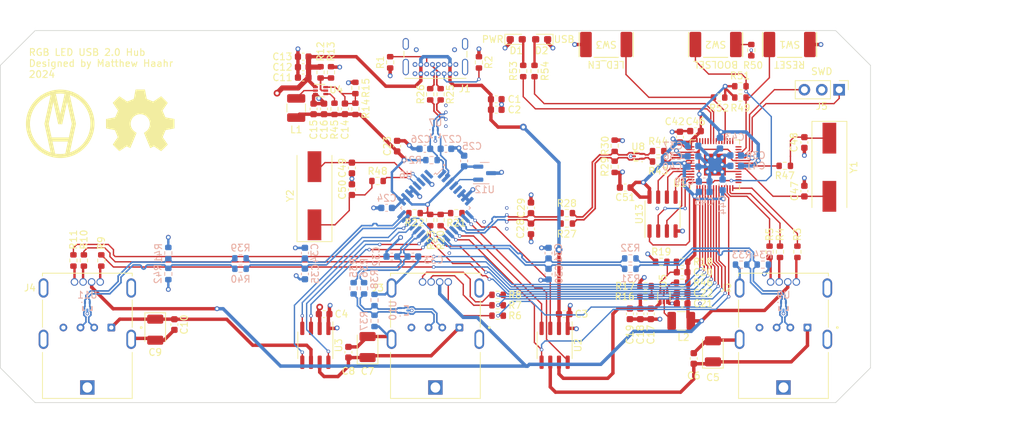
<source format=kicad_pcb>
(kicad_pcb (version 20221018) (generator pcbnew)
  (layers (0 "F.Cu" signal "F.Cu (Sig)") (1 "In1.Cu" power "In1.Cu (GND)") (2 "In2.Cu" power "In2.Cu (GND)") (31 "B.Cu" signal "B.Cu (Sig)") (34 "B.Paste" user) (35 "F.Paste" user) (36 "B.SilkS" user "B.Silkscreen") (37 "F.SilkS" user "F.Silkscreen") (38 "B.Mask" user) (39 "F.Mask" user) (44 "Edge.Cuts" user))
  (net 0 "")
  (net 1 "VUSB")
  (net 2 "Earth")
  (net 3 "5V_2")
  (net 4 "5V_3")
  (net 5 "5V_0")
  (net 6 "3V3_L")
  (net 7 "Net-(U4-FB)")
  (net 8 "5V_1")
  (net 9 "3V3_PI")
  (net 10 "Net-(U5-FB)")
  (net 11 "1V1")
  (net 12 "Net-(U1-XIN)")
  (net 13 "Net-(C48-Pad1)")
  (net 14 "Net-(U6-XTAL1)")
  (net 15 "Net-(C50-Pad1)")
  (net 16 "Net-(D1-A)")
  (net 17 "Net-(D2-A)")
  (net 18 "Net-(J1-CC1)")
  (net 19 "UD+")
  (net 20 "UD-")
  (net 22 "Net-(J1-CC2)")
  (net 24 "U2-")
  (net 25 "U2+")
  (net 26 "Net-(J2-PadB)")
  (net 27 "Net-(J2-PadG)")
  (net 28 "Net-(J2-PadR)")
  (net 29 "U3-")
  (net 30 "U3+")
  (net 31 "Net-(J3-PadB)")
  (net 32 "Net-(J3-PadG)")
  (net 33 "Net-(J3-PadR)")
  (net 34 "/U0'+")
  (net 35 "/U0'-")
  (net 36 "Net-(J4-PadB)")
  (net 37 "Net-(J4-PadG)")
  (net 38 "Net-(J4-PadR)")
  (net 39 "Net-(J5-Pin_1)")
  (net 40 "Net-(J5-Pin_3)")
  (net 41 "L1_R")
  (net 42 "L1_G")
  (net 43 "L1_B")
  (net 44 "L2_R")
  (net 45 "L2_G")
  (net 46 "L2_B")
  (net 47 "L3_R")
  (net 48 "L3_G")
  (net 49 "L3_B")
  (net 50 "Net-(U4-EN)")
  (net 51 "Net-(U5-EN)")
  (net 52 "OC1")
  (net 53 "OC2")
  (net 54 "OC3")
  (net 55 "U0+")
  (net 56 "U1+")
  (net 57 "U1-")
  (net 58 "U0-")
  (net 59 "/U0''+")
  (net 60 "Net-(U4-PG)")
  (net 61 "Net-(U5-PG)")
  (net 62 "Net-(U1-XOUT)")
  (net 63 "Net-(U6-XTAL2)")
  (net 64 "RESET")
  (net 65 "Net-(R50-Pad2)")
  (net 66 "BOOTSEL")
  (net 67 "/U0''-")
  (net 68 "PWR_LED")
  (net 69 "USB_LED")
  (net 70 "Net-(U1-GPIO21)")
  (net 85 "QSPI3")
  (net 86 "QSPI5")
  (net 87 "QSPI0")
  (net 88 "QSPI2")
  (net 89 "QSPI1")
  (net 90 "PWR2")
  (net 91 "PWR1")
  (net 93 "PWR3")
  (net 94 "Net-(U4-SW)")
  (net 95 "Net-(U5-SW)")
  (net 96 "PWR_ON")
  (net 100 "/UD'+")
  (net 101 "/UD'-")
  (net 102 "/U1'+")
  (net 103 "/U1'-")
  (net 104 "/U2'+")
  (net 105 "/U2'-")
  (net 106 "/U3'+")
  (net 107 "/U3'-")
  (net 108 "PWR0")
  (net 109 "OC0")
  (footprint "TPD2EUSB30DRTR:DRT0003A" (layer "F.Cu") (at 126.619 100.152 90)
    (fp_text reference "U8")
    (fp_text value "TPD2EUSB30" hide)
  )
  (footprint "Capacitor_SMD:C_0603_1608Metric" (layer "F.Cu") (at 91.44 98.666 90)
    (fp_text reference "C23")
    (fp_text value "0.1uF")
  )
  (footprint "Crystal:Crystal_SMD_HC49-SD" (layer "F.Cu") (at 154.5274 101.7522 -90)
    (fp_text reference "Y1")
    (fp_text value "12Mhz")
  )
  (footprint "LED_SMD:LED_0603_1608Metric_Pad1.05x0.95mm_HandSolder" (layer "F.Cu") (at 108.825 83.058)
    (fp_text reference "D1")
    (fp_text value "ORANGE (PWR)")
  )
  (footprint "Resistor_SMD:R_0603_1608Metric" (layer "F.Cu") (at 127.699 119.126 180)
    (fp_text reference "R17")
    (fp_text value "32k")
  )
  (footprint "Capacitor_SMD:C_0603_1608Metric" (layer "F.Cu") (at 126.937 123.177 -90)
    (fp_text reference "C18")
    (fp_text value "10uF")
  )
  (footprint "Resistor_SMD:R_0603_1608Metric" (layer "F.Cu") (at 97.79 109.474 90)
    (fp_text reference "R20")
    (fp_text value "10k")
  )
  (footprint "Capacitor_SMD:C_0603_1608Metric" (layer "F.Cu") (at 133.033 117.094 180)
    (fp_text reference "C20")
    (fp_text value "56pF")
  )
  (footprint "Resistor_SMD:R_0603_1608Metric" (layer "F.Cu") (at 145.796 114.109 -90)
    (fp_text reference "R5")
    (fp_text value "14")
  )
  (footprint "LED_SMD:LED_0603_1608Metric_Pad1.05x0.95mm_HandSolder" (layer "F.Cu") (at 112.5334 83.0588 180)
    (fp_text reference "D2")
    (fp_text value "GREEN (USB)")
  )
  (footprint "Package_DFN_QFN:QFN-56-1EP_7x7mm_P0.4mm_EP3.2x3.2mm" (layer "F.Cu") (at 137.8204 101.3712 90)
    (fp_text reference "U1")
    (fp_text value "RP2040")
  )
  (footprint "Capacitor_SMD:C_0603_1608Metric" (layer "F.Cu") (at 84.328 128.778 90)
    (fp_text reference "C8")
    (fp_text value "0.1uF")
  )
  (footprint "Capacitor_SMD:C_0603_1608Metric" (layer "F.Cu") (at 150.876 105.245 90)
    (fp_text reference "C47")
    (fp_text value "22pF")
  )
  (footprint "MountingHole:MountingHole_3.2mm_M3" (layer "F.Cu") (at 64.128 130.429)
    (fp_text reference "H1")
    (fp_text value "MountingHole")
  )
  (footprint "KSS221GLFS:SW_KSS221GLFS" (layer "F.Cu") (at 121.949 83.82 180)
    (fp_text reference "SW3")
    (fp_text value "LED_EN")
  )
  (footprint "Capacitor_SMD:C_0603_1608Metric" (layer "F.Cu") (at 105.905 91.821)
    (fp_text reference "C1")
    (fp_text value "1uF")
  )
  (footprint "Resistor_SMD:R_0603_1608Metric" (layer "F.Cu") (at 123.19 101.689 90)
    (fp_text reference "R29")
    (fp_text value "15k")
  )
  (footprint "Capacitor_SMD:C_0603_1608Metric" (layer "F.Cu") (at 80.785 123.202 180)
    (fp_text reference "C4")
    (fp_text value "0.1uF")
  )
  (footprint "Capacitor_SMD:C_0603_1608Metric" (layer "F.Cu") (at 58.928 124.7405 -90)
    (fp_text reference "C10")
    (fp_text value "0.1uF")
  )
  (footprint "Resistor_SMD:R_0603_1608Metric" (layer "F.Cu") (at 81.788 87.884 90)
    (fp_text reference "R13")
    (fp_text value "32k")
  )
  (footprint "Capacitor_SMD:C_0603_1608Metric" (layer "F.Cu") (at 110.9726 107.683 90)
    (fp_text reference "C29")
    (fp_text value "22pF")
  )
  (footprint "Package_TO_SOT_SMD:SOT-563" (layer "F.Cu") (at 80.264 90.551)
    (fp_text reference "U4")
    (fp_text value "TPS563257DRLR")
  )
  (footprint "Resistor_SMD:R_0603_1608Metric" (layer "F.Cu") (at 129.54 100.914)
    (fp_text reference "R43")
    (fp_text value "27")
  )
  (footprint "Capacitor_SMD:C_0603_1608Metric" (layer "F.Cu") (at 134.988 96.469 180)
    (fp_text reference "C46")
    (fp_text value "0.1uF")
  )
  (footprint "Resistor_SMD:R_0603_1608Metric" (layer "F.Cu") (at 127.699 120.65)
    (fp_text reference "R16")
    (fp_text value "100k")
  )
  (footprint "Resistor_SMD:R_0603_1608Metric" (layer "F.Cu") (at 111.492 87.693 90)
    (fp_text reference "R54")
    (fp_text value "80")
  )
  (footprint "Capacitor_SMD:C_0603_1608Metric" (layer "F.Cu") (at 150.876 98.133 -90)
    (fp_text reference "C48")
    (fp_text value "22pF")
  )
  (footprint "Resistor_SMD:R_0603_1608Metric" (layer "F.Cu") (at 143.129 84.645 90)
    (fp_text reference "R50")
    (fp_text value "1k")
  )
  (footprint "Capacitor_SMD:C_0603_1608Metric" (layer "F.Cu") (at 105.905 93.345)
    (fp_text reference "C2")
    (fp_text value "10uF")
  )
  (footprint "Resistor_SMD:R_0603_1608Metric" (layer "F.Cu") (at 133.033 118.618)
    (fp_text reference "R46")
    (fp_text value "10k")
  )
  (footprint "Capacitor_Tantalum_SMD:CP_EIA-3528-15_AVX-H" (layer "F.Cu") (at 87.122 128.028 90)
    (fp_text reference "C7")
    (fp_text value "100uF-T")
  )
  (footprint "Resistor_SMD:R_0603_1608Metric" (layer "F.Cu") (at 106.109 123.444 180)
    (fp_text reference "R6")
    (fp_text value "80")
  )
  (footprint "Capacitor_SMD:C_0603_1608Metric" (layer "F.Cu") (at 125.413 123.177 -90)
    (fp_text reference "C19")
    (fp_text value "0.1uF")
  )
  (footprint "Resistor_SMD:R_0603_1608Metric" (layer "F.Cu") (at 48.26 115.379 -90)
    (fp_text reference "R9")
    (fp_text value "80")
  )
  (footprint "Resistor_SMD:R_0603_1608Metric" (layer "F.Cu") (at 85.344 90.17 90)
    (fp_text reference "R15")
    (fp_text value "10k")
  )
  (footprint "Connector_USB:USB_C_Receptacle_GCT_USB4085" (layer "F.Cu") (at 100.003 88.088 180)
    (fp_text reference "J1")
    (fp_text value "USBC_USB2.0")
  )
  (footprint "Resistor_SMD:R_0603_1608Metric" (layer "F.Cu") (at 116.198 109.982)
    (fp_text reference "R27")
    (fp_text value "27")
  )
  (footprint "Resistor_SMD:R_0603_1608Metric" (layer "F.Cu") (at 93.98 108.458)
    (fp_text reference "R22")
    (fp_text value "10k")
  )
  (footprint "54-00266 RGB-USB Port:RGBUSB_54-00266" (layer "F.Cu") (at 147.828 126.896499)
    (fp_text reference "J2")
    (fp_text value "RGBUSB_54-00266")
  )
  (footprint "Resistor_SMD:R_0603_1608Metric" (layer "F.Cu") (at 106.109 120.396 180)
    (fp_text reference "R8")
    (fp_text value "14")
  )
  (footprint "Capacitor_SMD:C_0603_1608Metric" (layer "F.Cu") (at 134.7335 129.6935 90)
    (fp_text reference "C6")
    (fp_text value "0.1uF")
  )
  (footprint "LOGO" (layer "F.Cu") (at 53.9496 94.8944)
    (fp_text reference "G***")
    (fp_text value "LOGO" hide)
  )
  (footprint "Resistor_SMD:R_0603_1608Metric" (layer "F.Cu") (at 80.264 87.884 -90)
    (fp_text reference "R12")
    (fp_text value "100k")
  )
  (footprint "Resistor_SMD:R_0603_1608Metric" (layer "F.Cu") (at 44.196 115.379 -90)
    (fp_text reference "R11")
    (fp_text value "14")
  )
  (footprint "Resistor_SMD:R_0603_1608Metric" (layer "F.Cu") (at 148.018 101.549 180)
    (fp_text reference "R47")
    (fp_text value "604")
  )
  (footprint "Capacitor_SMD:C_0603_1608Metric" (layer "F.Cu") (at 133.046 121.666 180)
    (fp_text reference "C21")
    (fp_text value "22uF")
  )
  (footprint "Resistor_SMD:R_0603_1608Metric" (layer "F.Cu") (at 129.985 115.57 180)
    (fp_text reference "R19")
    (fp_text value "10k")
  )
  (footprint "Package_SO:SOIC-8_3.9x4.9mm_P1.27mm" (layer "F.Cu") (at 79.502 127.774 -90)
    (fp_text reference "U3")
    (fp_text value "TPS2042D")
  )
  (footprint "KSS221GLFS:SW_KSS221GLFS" (layer "F.Cu") (at 148.7242 83.82 180)
    (fp_text reference "SW1")
    (fp_text value "RESET")
  )
  (footprint "Capacitor_Tantalum_SMD:CP_EIA-3528-15_AVX-H" (layer "F.Cu") (at 56.134 125.4895 -90)
    (fp_text reference "C9")
    (fp_text value "100uF-T")
  )
  (footprint "Resistor_SMD:R_0603_1608Metric" (layer "F.Cu") (at 147.32 114.109 -90)
    (fp_text reference "R4")
    (fp_text value "14")
  )
  (footprint "Resistor_SMD:R_0603_1608Metric" (layer "F.Cu") (at 96.266 109.474 90)
    (fp_text reference "R23")
    (fp_text value "10k")
  )
  (footprint "Resistor_SMD:R_0603_1608Metric" (layer "F.Cu") (at 96.266 91.094 90)
    (fp_text reference "R26")
    (fp_text value "27")
  )
  (footprint "KSS221GLFS:SW_KSS221GLFS" (layer "F.Cu") (at 137.9256 83.82 180)
    (fp_text reference "SW2")
    (fp_text value "BOOLSEL")
  )
  (footprint "MountingHole:MountingHole_3.2mm_M3" (layer "F.Cu") (at 129.928 87.503)
    (fp_text reference "H4")
    (fp_text value "MountingHole")
  )
  (footprint "Package_SO:SOIC-8_3.9x4.9mm_P1.27mm" (layer "F.Cu") (at 114.427 127.774 -90)
    (fp_text reference "U2")
    (fp_text value "TPS2042D")
  )
  (footprint "Capacitor_SMD:C_0603_1608Metric" (layer "F.Cu") (at 84.836 101.854 -90)
    (fp_text reference "C49")
    (fp_text value "50pF")
  )
  (footprint "Capacitor_SMD:C_0603_1608Metric" (layer "F.Cu") (at 77.737 87.122 180)
    (fp_text reference "C12")
    (fp_text value "10uF")
  )
  (footprint "Resistor_SMD:R_0603_1608Metric" (layer "F.Cu") (at 106.109 121.92 180)
    (fp_text reference "R7")
    (fp_text value "14")
  )
  (footprint "Resistor_SMD:R_0603_1608Metric" (layer "F.Cu") (at 123.19 98.615 -90)
    (fp_text reference "R30")
    (fp_text value "15k")
  )
  (footprint "Resistor_SMD:R_0603_1608Metric" (layer "F.Cu") (at 116.198 108.458)
    (fp_text reference "R28")
    (fp_text value "27")
  )
  (footprint "Package_SO:SOIC-8_3.9x4.9mm_P1.27mm" (layer "F.Cu") (at 130.175 108.596 90)
    (fp_text reference "U13")
    (fp_text value "W25Q16JVSN")
  )
  (footprint "MountingHole:MountingHole_3.2mm_M3" (layer "F.Cu") (at 129.928 130.429)
    (fp_text reference "H2")
    (fp_text value "MountingHole")
  )
  (footprint "Capacitor_SMD:C_0603_1608Metric" (layer "F.Cu") (at 115.824 123.202 180)
    (fp_text reference "C3")
    (fp_text value "0.1uF")
  )
  (footprint "Capacitor_SMD:C_0603_1608Metric" (layer "F.Cu") (at 124.727 104.724 180)
    (fp_text reference "C51")
    (fp_text value "0.1uF")
  )
  (footprint "Capacitor_SMD:C_0603_1608Metric" (layer "F.Cu") (at 77.737 85.598 180)
    (fp_text reference "C13")
    (fp_text value "0.1uF")
  )
  (footprint "Capacitor_SMD:C_0603_1608Metric" (layer "F.Cu") (at 84.836 105.029 90)
    (fp_text reference "C50")
    (fp_text value "50pF")
  )
  (footprint "Resistor_SMD:R_0603_1608Metric" (layer "F.Cu") (at 149.86 114.109 -90)
    (fp_text reference "R3")
    (fp_text value "80")
  )
  (footprint "Resistor_SMD:R_0603_1608Metric" (layer "F.Cu") (at 133.033 115.57 180)
    (fp_text reference "R18")
    (fp_text value "45.3k")
  )
  (footprint "Capacitor_SMD:C_0603_1608Metric" (layer "F.Cu") (at 83.82 93.218 90)
    (fp_text reference "C14")
    (fp_text value "56pF")
  )
  (footprint "Capacitor_SMD:C_0603_1608Metric" (layer "F.Cu") (at 80.772 93.231 90)
    (fp_text reference "C16")
    (fp_text value "0.1uF")
  )
  (footprint "Capacitor_SMD:C_0603_1608Metric" (layer "F.Cu") (at 79.248 93.231 90)
    (fp_text reference "C15")
    (fp_text value "22uF")
  )
  (footprint "54-00266 RGB-USB Port:RGBUSB_54-00266" (layer "F.Cu") (at 97.028 126.896499)
    (fp_text reference "J3")
    (fp_text value "RGBUSB_54-00266")
  )
  (footprint "Capacitor_SMD:C_0603_1608Metric" (layer "F.Cu") (at 133.046 120.142 180)
    (fp_text reference "C22")
    (fp_text value "0.1uF")
  )
  (footprint "Resistor_SMD:R_0603_1608Metric" (layer "F.Cu") (at 45.72 115.379 -90)
    (fp_text reference "R10")
    (fp_text value "14")
  )
  (footprint "Resistor_SMD:R_0603_1608Metric" (layer "F.Cu") (at 82.296 93.218 -90)
    (fp_text reference "R45")
    (fp_text value "10k")
  )
  (footprint "Resistor_SMD:R_0603_1608Metric" (layer "F.Cu") (at 85.344 93.218 90)
    (fp_text reference "R14")
    (fp_text value "45.3k")
  )
  (footprint "LOGO" (layer "F.Cu") (at 42.2656 95.4024)
    (fp_text reference "G2")
    (fp_text value "LOGO" hide)
  )
  (footprint "Capacitor_Tantalum_SMD:CP_EIA-3528-15_AVX-H" (layer "F.Cu") (at 137.5275 128.651 90)
    (fp_text reference "C5")
    (fp_text value "100uF-T")
  )
  (footprint "Resistor_SMD:R_0603_1608Metric" (layer "F.Cu") (at 129.54 99.39)
    (fp_text reference "R44")
    (fp_text value "27")
  )
  (footprint "Connector_PinHeader_2.54mm:PinHeader_1x03_P2.54mm_Vertical" (layer "F.Cu") (at 155.956 90.424 -90)
    (fp_text reference "J5")
    (fp_text value "SWD")
  )
  (footprint "Resistor_SMD:R_0603_1608Metric" (layer "F.Cu") (at 100.076 108.458 180)
    (fp_text reference "R21")
    (fp_text value "10k")
  )
  (footprint "Inductor_SMD:L_1210_3225Metric" (layer "F.Cu") (at 132.909 124.206)
    (fp_text reference "L2")
    (fp_text value "2.2uH")
  )
  (footprint "Resistor_SMD:R_0603_1608Metric" (layer "F.Cu") (at 97.79 91.094 90)
    (fp_text reference "R25")
    (fp_text value "27")
  )
  (footprint "Capacitor_SMD:C_0603_1608Metric" (layer "F.Cu") (at 77.737 88.646 180)
    (fp_text reference "C11")
    (fp_text value "10uF")
  )
  (footprint "Crystal:Crystal_SMD_HC49-SD" (layer "F.Cu") (at 79.375 105.918 90)
    (fp_text reference "Y2")
    (fp_text value "6Mhz")
  )
  (footprint "54-00266 RGB-USB Port:RGBUSB_54-00266" (layer "F.Cu") (at 46.228 126.896499)
    (fp_text reference "J4")
    (fp_text value "RGBUSB_54-00266")
  )
  (footprint "Resistor_SMD:R_0603_1608Metric" (layer "F.Cu") (at 90.424 86.423 90)
    (fp_text reference "R1")
    (fp_text value "5.1K")
  )
  (footprint "Capacitor_SMD:C_0603_1608Metric" (layer "F.Cu") (at 132.715 97.345 90)
    (fp_text reference "C42")
    (fp_text value "0.1uF")
  )
  (footprint "Capacitor_SMD:C_0603_1608Metric" (layer "F.Cu") (at 128.461 123.177 -90)
    (fp_text reference "C17")
    (fp_text value "10uF")
  )
  (footprint "Capacitor_SMD:C_0603_1608Metric" (layer "F.Cu") (at 110.9726 110.757 -90)
    (fp_text reference "C28")
    (fp_text value "22pF")
  )
  (footprint "Inductor_SMD:L_1210_3225Metric" (layer "F.Cu") (at 76.708 93.094 -90)
    (fp_text reference "L1")
    (fp_text value "2.2uH")
  )
  (footprint "Resistor_SMD:R_0603_1608Metric" (layer "F.Cu") (at 141.542 91.567 180)
    (fp_text reference "R49")
    (fp_text value "10k")
  )
  (footprint "Resistor_SMD:R_0603_1608Metric" (layer "F.Cu") (at 109.841 87.693 90)
    (fp_text reference "R53")
    (fp_text value "80")
  )
  (footprint "MountingHole:MountingHole_3.2mm_M3" (layer "F.Cu") (at 64.128 87.503)
    (fp_text reference "H3")
    (fp_text value "MountingHole")
  )
  (footprint "Resistor_SMD:R_0603_1608Metric" (layer "F.Cu") (at 103.378 86.423 -90)
    (fp_text reference "R2")
    (fp_text value "5.1K")
  )
  (footprint "Resistor_SMD:R_0603_1608Metric" (layer "F.Cu") (at 138.43 91.567 180)
    (fp_text reference "R52")
    (fp_text value "10k")
  )
  (footprint "Resistor_SMD:R_0603_1608Metric" (layer "F.Cu") (at 141.542 89.916 180)
    (fp_text reference "R51")
    (fp_text value "10k")
  )
  (footprint "Package_TO_SOT_SMD:SOT-563" (layer "F.Cu") (at 130.366 120.65 90)
    (fp_text reference "U5")
    (fp_text value "TPS563257DRLR")
  )
  (footprint "Resistor_SMD:R_0603_1608Metric" (layer "F.Cu") (at 88.583 103.759)
    (fp_text reference "R48")
    (fp_text value "530")
  )
  (footprint "Resistor_SMD:R_0603_1608Metric" (layer "B.Cu") (at 125.476 115.074)
    (fp_text reference "R32")
    (fp_text value "27")
  )
  (footprint "Capacitor_SMD:C_0603_1608Metric" (layer "B.Cu") (at 136.258 103.835)
    (fp_text reference "C39")
    (fp_text value "0.1uF")
  )
  (footprint "Capacitor_SMD:C_0603_1608Metric" (layer "B.Cu") (at 77.978 117.348 -90)
    (fp_text reference "C35")
    (fp_text value "22pF")
  )
  (footprint "Capacitor_SMD:C_0603_1608Metric" (layer "B.Cu") (at 134.62 100.152 180)
    (fp_text reference "C36")
    (fp_text value "1uF")
  )
  (footprint "Resistor_SMD:R_0603_1608Metric" (layer "B.Cu") (at 68.58 116.586 180)
    (fp_text reference "R40")
    (fp_text value "27")
  )
  (footprint "Resistor_SMD:R_0603_1608Metric" (layer "B.Cu") (at 144.8195 115.9795 180)
    (fp_text reference "R34")
    (fp_text value "15k")
  )
  (footprint "Resistor_SMD:R_0603_1608Metric" (layer "B.Cu") (at 88.138 124.206 90)
    (fp_text reference "R37")
    (fp_text value "15k")
  )
  (footprint "Resistor_SMD:R_0603_1608Metric" (layer "B.Cu") (at 58.044 114.3 -90)
    (fp_text reference "R41")
    (fp_text value "15k")
  )
  (footprint "Capacitor_SMD:C_0603_1608Metric" (layer "B.Cu") (at 134.62 101.676)
    (fp_text reference "C40")
    (fp_text value "0.1uF")
  )
  (footprint "Capacitor_SMD:C_0603_1608Metric" (layer "B.Cu") (at 95.491 99.06 180)
    (fp_text reference "C26")
    (fp_text value "22pF")
  )
  (footprint "TPD2EUSB30DRTR:DRT0003A" (layer "B.Cu") (at 147.828 122.070499)
    (fp_text reference "U9")
    (fp_text value "TPD2EUSB30" hide)
  )
  (footprint "Resistor_SMD:R_0603_1608Metric" (layer "B.Cu") (at 88.138 121.158 -90)
    (fp_text reference "R38")
    (fp_text value "15k")
  )
  (footprint "Capacitor_SMD:C_0603_1608Metric" (layer "B.Cu") (at 89.903 107.696 180)
    (fp_text reference "C24")
    (fp_text value "0.1uF")
  )
  (footprint "Capacitor_SMD:C_0603_1608Metric" (layer "B.Cu") (at 101.219 100.838 90)
    (fp_text reference "C25")
    (fp_text value "1uF")
  )
  (footprint "Capacitor_SMD:C_0603_1608Metric" (layer "B.Cu") (at 140.856 101.549 180)
    (fp_text reference "C41")
    (fp_text value "0.1uF")
  )
  (footprint "Capacitor_SMD:C_0603_1608Metric" (layer "B.Cu") (at 113.538 114.299 90)
    (fp_text reference "C31")
    (fp_text value "22pF")
  )
  (footprint "Resistor_SMD:R_0603_1608Metric" (layer "B.Cu") (at 58.044 117.348 90)
    (fp_text reference "R42")
    (fp_text value "15k")
  )
  (footprint "Capacitor_SMD:C_0603_1608Metric" (layer "B.Cu") (at 136.258 105.359)
    (fp_text reference "C45")
    (fp_text value "0.1uF")
  )
  (footprint "Resistor_SMD:R_0603_1608Metric" (layer "B.Cu") (at 141.6455 115.9795)
    (fp_text reference "R33")
    (fp_text value "15k")
  )
  (footprint "Capacitor_SMD:C_0603_1608Metric" (layer "B.Cu") (at 140.856 100.025 180)
    (fp_text reference "C38")
    (fp_text value "0.1uF")
  )
  (footprint "Package_QFP:LQFP-32_7x7mm_P0.8mm" (layer "B.Cu") (at 97.028 107.696 -135)
    (fp_text reference "U6")
    (fp_text value "TUSB2046IBVF")
  )
  (footprint "Capacitor_SMD:C_0603_1608Metric" (layer "B.Cu") (at 77.978 114.3 90)
    (fp_text reference "C34")
    (fp_text value "22pF")
  )
  (footprint "Resistor_SMD:R_0603_1608Metric" (layer "B.Cu") (at 125.476 116.598)
    (fp_text reference "R31")
    (fp_text value "27")
  )
  (footprint "Capacitor_SMD:C_0603_1608Metric" (layer "B.Cu") (at 113.538 117.373 -90)
    (fp_text reference "C30")
    (fp_text value "22pF")
  )
  (footprint "Resistor_SMD:R_0603_1608Metric" (layer "B.Cu") (at 96.457 100.711)
    (fp_text reference "R24")
    (fp_text value "1.5k")
  )
  (footprint "Resistor_SMD:R_0603_1608Metric" (layer "B.Cu") (at 85.09 119.443 -90)
    (fp_text reference "R35")
    (fp_text value "27")
  )
  (footprint "Resistor_SMD:R_0603_1608Metric" (layer "B.Cu") (at 68.58 115.062 180)
    (fp_text reference "R39")
    (fp_text value "27")
  )
  (footprint "Capacitor_SMD:C_0603_1608Metric" (layer "B.Cu") (at 134.62 98.628)
    (fp_text reference "C37")
    (fp_text value "1uF")
  )
  (footprint "TPD2EUSB30DRTR:DRT0003A" (layer "B.Cu") (at 46.228 122.070499)
    (fp_text reference "U11")
    (fp_text value "TPD2EUSB30" hide)
  )
  (footprint "Capacitor_SMD:C_0603_1608Metric" (layer "B.Cu") (at 138.938 104.33 90)
    (fp_text reference "C44")
    (fp_text value "0.1uF")
  )
  (footprint "Capacitor_SMD:C_0603_1608Metric" (layer "B.Cu") (at 93.739 114.808)
    (fp_text reference "C33")
    (fp_text value "22pF")
  )
  (footprint "Capacitor_SMD:C_0603_1608Metric" (layer "B.Cu") (at 98.565 99.06)
    (fp_text reference "C27")
    (fp_text value "22pF")
  )
  (footprint "Resistor_SMD:R_0603_1608Metric" (layer "B.Cu") (at 86.614 119.443 -90)
    (fp_text reference "R36")
    (fp_text value "27")
  )
  (footprint "Package_TO_SOT_SMD:SOT-23" (layer "B.Cu") (at 104.2185 102.616)
    (fp_text reference "U12")
    (fp_text value "TC54VN3002")
  )
  (footprint "TPD2EUSB30DRTR:DRT0003A" (layer "B.Cu") (at 92.456 122.682 90)
    (fp_text reference "U10")
    (fp_text value "TPD2EUSB30" hide)
  )
  (footprint "TPD2EUSB30DRTR:DRT0003A" (layer "B.Cu") (at 97.028 96.841)
    (fp_text reference "U7")
    (fp_text value "TPD2EUSB30" hide)
  )
  (footprint "Capacitor_SMD:C_0603_1608Metric" (layer "B.Cu") (at 138.557 98.234 -90)
    (fp_text reference "C43")
    (fp_text value "0.1uF")
  )
  (footprint "Capacitor_SMD:C_0603_1608Metric" (layer "B.Cu") (at 90.665 114.808 180)
    (fp_text reference "C32")
    (fp_text value "22pF")
  )
  (gr_circle (center 98.298 101.446) (end 98.398 101.446) (stroke (width 0.15)) (fill solid) (layer "B.SilkS"))
  (gr_line (start 38.608 136.144) (end 155.448 136.144) (stroke (width 0.1)) (layer "Edge.Cuts"))
  (gr_line (start 38.608 81.788) (end 155.448 81.788) (stroke (width 0.1)) (layer "Edge.Cuts"))
  (gr_line (start 33.528 86.868) (end 33.528 131.064) (stroke (width 0.1)) (layer "Edge.Cuts"))
  (gr_line (start 38.608 136.144) (end 33.528 131.064) (stroke (width 0.1)) (layer "Edge.Cuts"))
  (gr_line (start 33.528 86.868) (end 38.608 81.788) (stroke (width 0.1)) (layer "Edge.Cuts"))
  (gr_line (start 155.448 81.788) (end 160.528 86.868) (stroke (width 0.1)) (layer "Edge.Cuts"))
  (gr_line (start 160.528 131.064) (end 155.448 136.144) (stroke (width 0.1)) (layer "Edge.Cuts"))
  (gr_line (start 160.528 131.064) (end 160.528 86.868) (stroke (width 0.1)) (layer "Edge.Cuts"))
  (gr_text "RGB LED USB 2.0 Hub \nDesigned by Matthew Haahr\n2024" (at 37.592 84.3788) (layer "F.SilkS") (effects (font (size 1 1)) (justify left top)))
  (segment (start 80.01 123.202) (end 80.01 122.313) (width 0.5) (layer "F.Cu") (net 1))
  (segment (start 105.13 94.843) (end 105.791 95.504) (width 0.5) (layer "F.Cu") (net 1))
  (segment (start 89.789 89.916) (end 94.107 89.916) (width 0.5) (layer "F.Cu") (net 1))
  (segment (start 80.201 87.122) (end 80.264 87.059) (width 0.75) (layer "F.Cu") (net 1))
  (segment (start 115.062 125.299) (end 115.062 123.215) (width 0.5) (layer "F.Cu") (net 1))
  (segment (start 105.13 93.345) (end 105.13 94.843) (width 0.5) (layer "F.Cu") (net 1))
  (segment (start 78.512 87.122) (end 80.201 87.122) (width 0.75) (layer "F.Cu") (net 1))
  (segment (start 74.676 90.17) (end 76.988 90.17) (width 0.75) (layer "F.Cu") (net 1))
  (segment (start 99.153 88.088) (end 99.153 86.738) (width 0.5) (layer "F.Cu") (net 1))
  (segment (start 115.062 123.189) (end 115.049 123.202) (width 0.5) (layer "F.Cu") (net 1))
  (segment (start 78.512 87.122) (end 78.512 85.598) (width 0.5) (layer "F.Cu") (net 1))
  (segment (start 78.512 89.18) (end 78.512 88.646) (width 0.35) (layer "F.Cu") (net 1))
  (segment (start 78.512 88.646) (end 78.512 85.598) (width 0.75) (layer "F.Cu") (net 1))
  (segment (start 103.759 89.789) (end 105.13 91.16) (width 0.5) (layer "F.Cu") (net 1))
  (segment (start 80.137 123.329) (end 80.01 123.202) (width 0.5) (layer "F.Cu") (net 1))
  (segment (start 80.137 125.299) (end 80.137 123.329) (width 0.5) (layer "F.Cu") (net 1))
  (segment (start 94.903 88.088) (end 94.903 86.738) (width 0.5) (layer "F.Cu") (net 1))
  (segment (start 78.512 88.646) (end 78.512 87.122) (width 0.5) (layer "F.Cu") (net 1))
  (segment (start 99.153 88.088) (end 99.153 89.247) (width 0.5) (layer "F.Cu") (net 1))
  (segment (start 78.512 89.049) (end 79.444 89.981) (width 0.5) (layer "F.Cu") (net 1))
  (segment (start 99.153 89.247) (end 99.695 89.789) (width 0.5) (layer "F.Cu") (net 1))
  (segment (start 105.13 91.821) (end 105.13 93.345) (width 0.5) (layer "F.Cu") (net 1))
  (segment (start 79.383 90.051) (end 78.512 89.18) (width 0.35) (layer "F.Cu") (net 1))
  (segment (start 94.903 89.12) (end 94.903 88.088) (width 0.5) (layer "F.Cu") (net 1))
  (segment (start 78.512 88.646) (end 78.512 89.049) (width 0.5) (layer "F.Cu") (net 1))
  (segment (start 105.13 91.16) (end 105.13 91.821) (width 0.5) (layer "F.Cu") (net 1))
  (segment (start 78.512 85.598) (end 85.471 85.598) (width 0.5) (layer "F.Cu") (net 1))
  (segment (start 115.062 113.792) (end 115.062 123.189) (width 0.5) (layer "F.Cu") (net 1))
  (segment (start 85.471 85.598) (end 89.789 89.916) (width 0.5) (layer "F.Cu") (net 1))
  (segment (start 99.695 89.789) (end 103.759 89.789) (width 0.5) (layer "F.Cu") (net 1))
  (segment (start 80.01 123.202) (end 80.01 122.059) (width 0.5) (layer "F.Cu") (net 1))
  (segment (start 106.172 95.885) (end 109.855 95.885) (width 0.5) (layer "F.Cu") (net 1))
  (segment (start 79.444 89.981) (end 79.514 89.981) (width 0.5) (layer "F.Cu") (net 1))
  (segment (start 115.062 123.215) (end 115.049 123.202) (width 0.5) (layer "F.Cu") (net 1))
  (segment (start 94.107 89.916) (end 94.903 89.12) (width 0.5) (layer "F.Cu") (net 1))
  (segment (start 105.791 95.504) (end 106.172 95.885) (width 0.5) (layer "F.Cu") (net 1))
  (segment (start 73.914 90.932) (end 74.676 90.17) (width 0.75) (layer "F.Cu") (net 1))
  (segment (start 80.01 122.313) (end 80.137 122.186) (width 0.5) (layer "F.Cu") (net 1))
  (segment (start 79.514 90.051) (end 79.383 90.051) (width 0.35) (layer "F.Cu") (net 1))
  (segment (start 76.988 90.17) (end 78.512 88.646) (width 0.75) (layer "F.Cu") (net 1))
  (via (at 109.855 95.885) (size 1) (drill 0.5) (layers "F.Cu" "B.Cu") (net 1))
  (via (at 115.062 113.792) (size 1) (drill 0.5) (layers "F.Cu" "B.Cu") (net 1))
  (via blind (at 73.914 90.932) (size 1) (drill 0.5) (layers "F.Cu" "In1.Cu") (net 1))
  (via blind (at 80.137 122.186) (size 1) (drill 0.5) (layers "F.Cu" "In1.Cu") (net 1))
  (segment (start 98.806 85.598) (end 95.25 85.598) (width 0.5) (layer "B.Cu") (net 1))
  (segment (start 115.062 113.792) (end 115.062 101.092) (width 0.5) (layer "B.Cu") (net 1))
  (segment (start 99.153 85.945) (end 98.806 85.598) (width 0.5) (layer "B.Cu") (net 1))
  (segment (start 99.153 86.738) (end 99.153 85.945) (width 0.5) (layer "B.Cu") (net 1))
  (segment (start 95.25 85.598) (end 94.903 85.945) (width 0.5) (layer "B.Cu") (net 1))
  (segment (start 94.903 85.945) (end 94.903 86.738) (width 0.5) (layer "B.Cu") (net 1))
  (segment (start 114.935 100.965) (end 109.982 96.012) (width 0.5) (layer "B.Cu") (net 1))
  (segment (start 115.062 101.092) (end 114.935 100.965) (width 0.5) (layer "B.Cu") (net 1))
  (segment (start 85.344 89.345) (end 84.391 89.345) (width 0.5) (layer "F.Cu") (net 2))
  (segment (start 113.4084 83.0588) (end 113.4084 83.5634) (width 0.5) (layer "F.Cu") (net 2))
  (segment (start 128.461 123.952) (end 129.794 123.952) (width 0.5) (layer "F.Cu") (net 2))
  (segment (start 82.612 125.299) (end 82.677 125.234) (width 0.5) (layer "F.Cu") (net 2))
  (segment (start 143.129 85.47) (end 143.129 84.645) (width 0.35) (layer "F.Cu") (net 2))
  (segment (start 80.772 92.309) (end 80.772 92.456) (width 0.5) (layer "F.Cu") (net 2))
  (segment (start 132.187 120.129) (end 132.334 120.129) (width 0.5) (layer "F.Cu") (net 2))
  (segment (start 85.6095 128.003) (end 87.122 126.4905) (width 0.5) (layer "F.Cu") (net 2))
  (segment (start 80.157 91.694) (end 80.772 92.309) (width 0.5) (layer "F.Cu") (net 2))
  (segment (start 110.9726 111.532) (end 110.9726 112.6236) (width 0.5) (layer "F.Cu") (net 2))
  (segment (start 126.874 118.49) (end 127.508 117.856) (width 0.5) (layer "F.Cu") (net 2))
  (segment (start 153.289 83.82) (end 151.6742 83.82) (width 0.5) (layer "F.Cu") (net 2))
  (segment (start 84.836 103.4288) (end 84.836 102.629) (width 0.5) (layer "F.Cu") (net 2))
  (segment (start 124.257 102.514) (end 124.333 102.438) (width 0.5) (layer "F.Cu") (net 2))
  (segment (start 124.257 97.79) (end 124.333 97.866) (width 0.5) (layer "F.Cu") (net 2))
  (segment (start 137.5275 127.1135) (end 137.631001 127.009999) (width 0.5) (layer "F.Cu") (net 2))
  (segment (start 128.524 123.939) (end 125.476 123.939) (width 0.5) (layer "F.Cu") (net 2))
  (segment (start 132.334 121.653) (end 131.195 121.653) (width 0.5) (layer "F.Cu") (net 2))
  (segment (start 123.952 102.819) (end 124.333 102.438) (width 0.5) (layer "F.Cu") (net 2))
  (segment (start 55.8665 126.7595) (end 56.134 127.027) (width 0.5) (layer "F.Cu") (net 2))
  (segment (start 110.9726 106.908) (end 110.9726 105.8164) (width 0.5) (layer "F.Cu") (net 2))
  (segment (start 136.5385 127.1135) (end 134.7335 128.9185) (width 0.5) (layer "F.Cu") (net 2))
  (segment (start 103.378 85.598) (end 103.378 84.455) (width 0.5) (layer "F.Cu") (net 2))
  (segment (start 83.058 87.122) (end 81.851 87.122) (width 0.5) (layer "F.Cu") (net 2))
  (segment (start 90.222001 126.4905) (end 90.628 126.896499) (width 0.5) (layer "F.Cu") (net 2))
  (segment (start 57.4165 127.027) (end 58.928 125.5155) (width 0.5) (layer "F.Cu") (net 2))
  (segment (start 116.332 125.299) (end 117.54 125.299) (width 0.5) (layer "F.Cu") (net 2))
  (segment (start 79.248 92.456) (end 80.772 92.456) (width 0.5) (layer "F.Cu") (net 2))
  (segment (start 81.851 87.122) (end 81.788 87.059) (width 0.5) (layer "F.Cu") (net 2))
  (segment (start 132.334 121.653) (end 132.334 120.129) (width 0.5) (layer "F.Cu") (net 2))
  (segment (start 76.962 88.646) (end 76.962 85.598) (width 0.5) (layer "F.Cu") (net 2))
  (segment (start 107.95 83.566) (end 107.188 84.328) (width 0.5) (layer "F.Cu") (net 2))
  (segment (start 107.95 83.058) (end 107.95 83.566) (width 0.5) (layer "F.Cu") (net 2))
  (segment (start 84.391 89.345) (end 84.328 89.408) (width 0.5) (layer "F.Cu") (net 2))
  (segment (start 84.328 128.003) (end 85.6095 128.003) (width 0.5) (layer "F.Cu") (net 2))
  (segment (start 91.44 97.891) (end 92.557 97.891) (width 0.5) (layer "F.Cu") (net 2))
  (segment (start 133.096 111.074) (end 132.083 111.074) (width 0.5) (layer "F.Cu") (net 2))
  (segment (start 123.952 104.724) (end 123.952 102.819) (width 0.5) (layer "F.Cu") (net 2))
  (segment (start 131.195 121.653) (end 130.999 121.457) (width 0.5) (layer "F.Cu") (net 2))
  (segment (start 126.044 100.152) (end 125.5268 100.152) (width 0.25) (layer "F.Cu") (net 2))
  (segment (start 79.584 91.121) (end 80.01 91.547) (width 0.5) (layer "F.Cu") (net 2))
  (segment (start 116.332 123.469) (end 116.599 123.202) (width 0.5) (layer "F.Cu") (net 2))
  (segment (start 79.444 91.121) (end 79.584 91.121) (width 0.5) (layer "F.Cu") (net 2))
  (segment (start 116.599 123.202) (end 116.599 122.046) (width 0.5) (layer "F.Cu") (net 2))
  (segment (start 150.876 104.47) (end 150.876 103.327) (width 0.5) (layer "F.Cu") (net 2))
  (segment (start 110.9726 105.8164) (end 110.998 105.791) (width 0.5) (layer "F.Cu") (net 2))
  (segment (start 126.874 119.126) (end 126.874 118.49) (width 0.5) (layer "F.Cu") (net 2))
  (segment (start 79.248 92.456) (end 79.248 91.317) (width 0.5) (layer "F.Cu") (net 2))
  (segment (start 81.407 125.299) (end 81.407 123.355) (width 0.5) (layer "F.Cu") (net 2))
  (segment (start 150.876 100.025) (end 150.876 98.908) (width 0.5) (layer "F.Cu") (net 2))
  (segment (start 132.271 120.142) (end 132.124 120.142) (width 0.5) (layer "F.Cu") (net 2))
  (segment (start 137.631001 127.009999) (end 141.2875 127.009999) (width 0.5) (layer "F.Cu") (net 2))
  (segment (start 130.936 121.33) (end 130.936 121.4) (width 0.5) (layer "F.Cu") (net 2))
  (segment (start 128.016 114.426) (end 129.16 115.57) (width 0.35) (layer "F.Cu") (net 2))
  (segment (start 138.954 102.3712) (end 138.8872 102.438) (width 0.2) (layer "F.Cu") (net 2))
  (segment (start 132.715 96.57) (end 131.673 96.57) (width 0.35) (layer "F.Cu") (net 2))
  (segment (start 81.407 123.355) (end 81.56 123.202) (width 0.5) (layer "F.Cu") (net 2))
  (segment (start 132.124 120.142) (end 130.936 121.33) (width 0.5) (layer "F.Cu") (net 2))
  (segment (start 116.599 122.046) (end 116.713 121.932) (width 0.5) (layer "F.Cu") (net 2))
  (segment (start 90.424 88.392) (end 90.424 87.248) (width 0.5) (layer "F.Cu") (net 2))
  (segment (start 123.19 97.79) (end 124.257 97.79) (width 0.5) (layer "F.Cu") (net 2))
  (segment (start 79.248 91.317) (end 79.444 91.121) (width 0.5) (layer "F.Cu") (net 2))
  (segment (start 87.122 126.4905) (end 90.222001 126.4905) (width 0.5) (layer "F.Cu") (net 2))
  (segment (start 56.134 127.027) (end 57.4165 127.027) (width 0.5) (layer "F.Cu") (net 2))
  (segment (start 81.407 125.299) (end 82.612 125.299) (width 0.5) (layer "F.Cu") (net 2))
  (segment (start 132.816 96.469) (end 132.715 96.57) (width 0.35) (layer "F.Cu") (net 2))
  (segment (start 117.54 125.299) (end 117.602 125.361) (width 0.5) (layer "F.Cu") (net 2))
  (segment (start 80.01 91.694) (end 80.157 91.694) (width 0.5) (layer "F.Cu") (net 2))
  (segment (start 81.56 122.033) (end 81.661 121.932) (width 0.5) (layer "F.Cu") (net 2))
  (segment (start 76.962 85.598) (end 76.962 84.455) (width 0.5) (layer "F.Cu") (net 2))
  (segment (start 80.01 91.547) (end 80.01 91.694) (width 0.5) (layer "F.Cu") (net 2))
  (segment (start 84.836 104.254) (end 84.836 103.4288) (width 0.5) (layer "F.Cu") (net 2))
  (segment (start 113.4084 83.5634) (end 114.173 84.328) (width 0.5) (layer "F.Cu") (net 2))
  (segment (start 92.557 97.891) (end 93.218 98.552) (width 0.5) (layer "F.Cu") (net 2))
  (segment (start 118.999 83.82) (end 117.348 83.82) (width 0.5) (layer "F.Cu") (net 2))
  (segment (start 130.999 121.457) (end 130.999 121.317) (width 0.5) (layer "F.Cu") (net 2))
  (segment (start 110.9726 112.6236) (end 110.998 112.649) (width 0.5) (layer "F.Cu") (net 2))
  (segment (start 52.628 126.7595) (end 55.8665 126.7595) (width 0.5) (layer "F.Cu") (net 2))
  (segment (start 123.19 102.514) (end 124.257 102.514) (width 0.5) (layer "F.Cu") (net 2))
  (segment (start 141.2579 102.3712) (end 138.954 102.3712) (width 0.2) (layer "F.Cu") (net 2))
  (segment (start 134.213 96.469) (end 132.816 96.469) (width 0.35) (layer "F.Cu") (net 2))
  (segment (start 81.56 123.202) (end 81.56 122.033) (width 0.5) (layer "F.Cu") (net 2))
  (segment (start 116.332 125.299) (end 116.332 123.469) (width 0.5) (layer "F.Cu") (net 2))
  (via (at 150.876 103.327) (size 0.7) (drill 0.4) (layers "F.Cu" "B.Cu") (net 2))
  (via (at 100.457 98.933) (size 0.7) (drill 0.4) (layers "F.Cu" "B.Cu") (net 2))
  (via (at 129.794 123.952) (size 0.7) (drill 0.4) (layers "F.Cu" "B.Cu") (net 2))
  (via (at 76.962 84.455) (size 0.7) (drill 0.4) (layers "F.Cu" "B.Cu") (net 2))
  (via (at 58.044 119.6055) (size 0.7) (drill 0.4) (layers "F.Cu" "B.Cu") (net 2))
  (via (at 124.333 97.866) (size 0.7) (drill 0.4) (layers "F.Cu" "B.Cu") (net 2))
  (via (at 124.333 102.438) (size 0.7) (drill 0.4) (layers "F.Cu" "B.Cu") (net 2))
  (via (at 82.677 125.234) (size 0.7) (drill 0.4) (layers "F.Cu" "B.Cu") (net 2))
  (via (at 136.7536 100.3044) (size 0.7) (drill 0.4) (layers "F.Cu" "B.Cu") (net 2))
  (via (at 106.68 102.489) (size 0.7) (drill 0.4) (layers "F.Cu" "B.Cu") (net 2))
  (via (at 99.822 84.582) (size 0.7) (drill 0.4) (layers "F.Cu" "B.Cu") (net 2))
  (via (at 127.508 117.856) (size 0.7) (drill 0.4) (layers "F.Cu" "B.Cu") (net 2))
  (via (at 103.378 84.455) (size 0.7) (drill 0.4) (layers "F.Cu" "B.Cu") (net 2))
  (via (at 94.742 106.045) (size 0.7) (drill 0.4) (layers "F.Cu" "B.Cu") (net 2))
  (via (at 131.572 121.666) (size 0.5) (drill 0.3) (layers "F.Cu" "B.Cu") (net 2))
  (via (at 46.228 123.137299) (size 0.5) (drill 0.3) (layers "F.Cu" "B.Cu") (net 2))
  (via (at 145.034 117.348) (size 0.7) (drill 0.4) (layers "F.Cu" "B.Cu") (net 2))
  (via (at 133.096 111.074) (size 0.7) (drill 0.4) (layers "F.Cu" "B.Cu") (net 2))
  (via (at 143.129 84.645) (size 0.5) (drill 0.3) (layers "F.Cu" "B.Cu") (net 2))
  (via (at 84.836 103.4288) (size 0.7) (drill 0.4) (layers "F.Cu" "B.Cu") (net 2))
  (via (at 138.8872 101.3712) (size 0.7) (drill 0.4) (layers "F.Cu" "B.Cu") (net 2))
  (via (at 106.68 92.583) (size 0.7) (drill 0.4) (layers "F.Cu" "B.Cu") (net 2))
  (via (at 83.058 87.122) (size 0.7) (drill 0.4) (layers "F.Cu" "B.Cu") (net 2))
  (via (at 117.348 83.82) (size 0.7) (drill 0.4) (layers "F.Cu" "B.Cu") (net 2))
  (via (at 80.01 91.694) (size 0.7) (drill 0.4) (layers "F.Cu" "B.Cu") (net 2))
  (via (at 125.5268 100.152) (size 0.5) (drill 0.3) (layers "F.Cu" "B.Cu") (net 2))
  (via (at 93.5736 122.682) (size 0.5) (drill 0.3) (layers "F.Cu" "B.Cu") (net 2))
  (via (at 137.8204 100.3044) (size 0.7) (drill 0.4) (layers "F.Cu" "B.Cu") (net 2))
  (via (at 136.7536 101.3712) (size 0.7) (drill 0.4) (layers "F.Cu" "B.Cu") (net 2))
  (via (at 150.876 100.025) (size 0.7) (drill 0.4) (layers "F.Cu" "B.Cu") (net 2))
  (via (at 94.234 84.582) (size 0.7) (drill 0.4) (layers "F.Cu" "B.Cu") (net 2))
  (via (at 138.8872 100.3044) (size 0.7) (drill 0.4) (layers "F.Cu" "B.Cu") (net 2))
  (via (at 116.713 121.932) (size 0.7) (drill 0.4) (layers "F.Cu" "B.Cu") (net 2))
  (via (at 110.998 105.791) (size 0.7) (drill 0.4) (layers "F.Cu" "B.Cu") (net 2))
  (via (at 153.289 83.82) (size 0.7) (drill 0.4) (layers "F.Cu" "B.Cu") (net 2))
  (via (at 96.52 104.267) (size 0.7) (drill 0.4) (layers "F.Cu" "B.Cu") (net 2))
  (via (at 128.016 114.414) (size 0.7) (drill 0.4) (layers "F.Cu" "B.Cu") (net 2))
  (via (at 117.602 125.361) (size 0.7) (drill 0.4) (layers "F.Cu" "B.Cu") (net 2))
  (via (at 110.998 112.649) (size 0.7) (drill 0.4) (layers "F.Cu" "B.Cu") (net 2))
  (via (at 58.044 111.9905) (size 0.7) (drill 0.4) (layers "F.Cu" "B.Cu") (net 2))
  (via (at 129.413 107.772) (size 0.5) (drill 0.3) (layers "F.Cu" "B.Cu") (net 2))
  (via (at 104.14 109.728) (size 0.5) (drill 0.3) (layers "F.Cu" "B.Cu") (net 2))
  (via (at 76.585 113.538) (size 0.7) (drill 0.4) (layers "F.Cu" "B.Cu") (net 2))
  (via (at 98.552 95.758) (size 0.5) (drill 0.3) (layers "F.Cu" "B.Cu") (net 2))
  (via (at 137.8204 102.438) (size 0.7) (drill 0.4) (layers "F.Cu" "B.Cu") (net 2))
  (via (at 88.011 107.696) (size 0.7) (drill 0.4) (layers "F.Cu" "B.Cu") (net 2))
  (via (at 107.442 110.744) (size 0.5) (drill 0.3) (layers "F.Cu" "B.Cu") (net 2))
  (via (at 90.424 88.392) (size 0.7) (drill 0.4) (layers "F.Cu" "B.Cu") (net 2))
  (via (at 93.218 98.552) (size 0.7) (drill 0.4) (layers "F.Cu" "B.Cu") (net 2))
  (via (at 97.028 97.917) (size 0.5) (drill 0.3) (layers "F.Cu" "B.Cu") (net 2))
  (via (at 99.06 114.3) (size 0.5) (drill 0.3) (layers "F.Cu" "B.Cu") (net 2))
  (via (at 131.572 96.596) (size 0.7) (drill 0.4) (layers "F.Cu" "B.Cu") (net 2))
  (via (at 107.442 107.696) (size 0.5) (drill 0.3) (layers "F.Cu" "B.Cu") (net 2))
  (via (at 76.708 117.602) (size 0.7) (drill 0.4) (layers "F.Cu" "B.Cu") (net 2))
  (via (at 114.173 84.328) (size 0.7) (drill 0.4) (layers "F.Cu" "B.Cu") (net 2))
  (via (at 107.188 84.328) (size 0.7) (drill 0.4) (layers "F.Cu" "B.Cu") (net 2))
  (via (at 136.7536 102.438) (size 0.7) (drill 0.4) (layers "F.Cu" "B.Cu") (net 2))
  (via (at 81.661 121.932) (size 0.7) (drill 0.4) (layers "F.Cu" "B.Cu") (net 2))
  (via (at 102.489 105.029) (size 0.7) (drill 0.4) (layers "F.Cu" "B.Cu") (net 2))
  (via (at 98.552 92.71) (size 0.5) (drill 0.3) (layers "F.Cu" "B.Cu") (net 2))
  (via (at 112.395 118.249) (size 0.7) (drill 0.4) (layers "F.Cu" "B.Cu") (net 2))
  (via (at 91.948 112.014) (size 0.7) (drill 0.4) (layers "F.Cu" "B.Cu") (net 2))
  (via (at 147.828 123.137299) (size 0.5) (drill 0.3) (layers "F.Cu" "B.Cu") (net 2))
  (via (at 135.636 121.666) (size 0.5) (drill 0.3) (layers "F.Cu" "B.Cu") (net 2))
  (via (at 112.522 113.538) (size 0.7) (drill 0.4) (layers "F.Cu" "B.Cu") (net 2))
  (via (at 84.328 89.408) (size 0.7) (drill 0.4) (layers "F.Cu" "B.Cu") (net 2))
  (via (at 138.8872 102.438) (size 0.7) (drill 0.4) (layers "F.Cu" "B.Cu") (net 2))
  (segment (start 100.457 98.933) (end 100.457 99.301) (width 0.5) (layer "B.Cu") (net 2))
  (segment (start 139.1666 100.025) (end 138.8872 100.3044) (width 0.5) (layer "B.Cu") (net 2))
  (segment (start 137.033 102.7174) (end 136.7536 102.438) (width 0.5) (layer "B.Cu") (net 2))
  (segment (start 58.044 119.6055) (end 58.044 118.2125) (width 0.35) (layer "B.Cu") (net 2))
  (segment (start 106.553 102.616) (end 106.68 102.489) (width 0.5) (layer "B.Cu") (net 2))
  (segment (start 88.138 125.031) (end 88.762501 125.031) (width 0.35) (layer "B.Cu") (net 2))
  (segment (start 141.428 116.587) (end 140.8205 115.9795) (width 0.35) (layer "B.Cu") (net 2))
  (segment (start 93.726 99.06) (end 93.218 98.552) (width 0.5) (layer "B.Cu") (net 2))
  (segment (start 76.585 113.538) (end 77.978 113.538) (width 0.35) (layer "B.Cu") (net 2))
  (segment (start 112.395 118.249) (end 113.437 118.249) (width 0.5) (layer "B.Cu") (net 2))
  (segment (start 137.8204 100.3044) (end 137.8204 99.7456) (width 0.5) (layer "B.Cu") (net 2))
  (segment (start 90.628 119.396499) (end 94.514 115.510499) (width 0.35) (layer "B.Cu") (net 2))
  (segment (start 88.138 120.333) (end 89.691499 120.333) (width 0.35) (layer "B.Cu") (net 2))
  (segment (start 96.52 104.267) (end 96.427427 104.267) (width 0.5) (layer "B.Cu") (net 2))
  (segment (start 101.394384 106.123616) (end 102.489 105.029) (width 0.5) (layer "B.Cu") (net 2))
  (segment (start 100.457 99.301) (end 101.219 100.063) (width 0.5) (layer "B.Cu") (net 2))
  (segment (start 137.8204 99.7456) (end 138.557 99.009) (width 0.5) (layer "B.Cu") (net 2))
  (segment (start 138.938 103.555) (end 138.938 102.4888) (width 0.5) (layer "B.Cu") (net 2))
  (segment (start 145.6445 116.7375) (end 145.034 117.348) (width 0.35) (layer "B.Cu") (net 2))
  (segment (start 94.514 115.510499) (end 94.514 114.808) (width 0.35) (layer "B.Cu") (net 2))
  (segment (start 89.89 114.808) (end 89.89 114.072) (width 0.35) (layer "B.Cu") (net 2))
  (segment (start 94.742 105.975686) (end 93.792986 105.026672) (width 0.5) (layer "B.Cu") (net 2))
  (segment (start 135.89 101.676) (end 135.395 101.676) (width 0.5) (layer "B.Cu") (net 2))
  (segment (start 96.427427 104.267) (end 95.490043 103.329616) (width 0.5) (layer "B.Cu") (net 2))
  (segment (start 89.128 107.696) (end 88.011 107.696) (width 0.5) (layer "B.Cu") (net 2))
  (segment (start 100.828699 105.592357) (end 101.96007 106.723728) (width 0.5) (layer "B.Cu") (net 2))
  (segment (start 135.395 100.152) (end 135.5344 100.152) (width 0.5) (layer "B.Cu") (net 2))
  (segment (start 46.228 122.645499) (end 46.228 123.137299) (width 0.25) (layer "B.Cu") (net 2))
  (segment (start 138.938 102.4888) (end 138.8872 102.438) (width 0.5) (layer "B.Cu") (net 2))
  (segment (start 140.081 101.549) (end 139.065 101.549) (width 0.5) (layer "B.Cu") (net 2))
  (segment (start 101.394384 106.158043) (end 101.394384 106.123616) (width 0.5) (layer "B.Cu") (net 2))
  (segment (start 89.89 114.072) (end 91.948 112.014) (width 0.35) (layer "B.Cu") (net 2))
  (segment (start 112.395 113.538) (end 113.437 113.538) (width 0.5) (layer "B.Cu") (net 2))
  (segment (start 105.156 102.616) (end 106.553 102.616) (width 0.5) (layer "B.Cu") (net 2))
  (segment (start 147.828 122.645499) (end 147.828 123.137299) (width 0.25) (layer "B.Cu") (net 2))
  (segment (start 136.4488 101.676) (end 135.89 101.676) (width 0.5) (layer "B.Cu") (net 2))
  (segment (start 139.065 101.549) (end 138.8872 101.3712) (width 0.5) (layer "B.Cu") (net 2))
  (segment (start 140.081 100.025) (end 139.1666 100.025) (width 0.5) (layer "B.Cu") (net 2))
  (segment (start 136.7536 101.3712) (end 136.4488 101.676) (width 0.5) (layer "B.Cu") (net 2))
  (segment (start 93.0818 122.682) (end 93.5736 122.682) (width 0.25) (layer "B.Cu") (net 2))
  (segment (start 94.716 99.06) (end 93.726 99.06) (width 0.5) (layer "B.Cu") (net 2))
  (segment (start 136.7536 99.9866) (end 135.395 98.628) (width 0.5) (layer "B.Cu") (net 2))
  (segment (start 100.457 98.933) (end 99.467 98.933) (width 0.5) (layer "B.Cu") (net 2))
  (segment (start 88.762501 125.031) (end 90.628 126.896499) (width 0.35) (layer "B.Cu") (net 2))
  (segment (start 94.742 106.045) (end 94.742 105.975686) (width 0.5) (layer "B.Cu") (net 2))
  (segment (start 89.691499 120.333) (end 90.628 119.396499) (width 0.35) (layer "B.Cu") (net 2))
  (segment (start 137.033 103.835) (end 137.033 105.359) (width 0.5) (layer "B.Cu") (net 2))
  (segment (start 141.428 119.396499) (end 141.428 116.587) (width 0.35) (layer "B.Cu") (net 2))
  (segment (start 58.044 111.9905) (end 58.044 113.3835) (width 0.35) (layer "B.Cu") (net 2))
  (segment (start 137.033 103.835) (end 137.033 102.7174) (width 0.5) (layer "B.Cu") (net 2))
  (segment (start 113.437 118.249) (end 113.538 118.148) (width 0.5) (layer "B.Cu") (net 2))
  (segment (start 77.978 118.123) (end 77.229 118.123) (width 0.35) (layer "B.Cu") (net 2))
  (segment (start 99.467 98.933) (end 99.34 99.06) (width 0.5) (layer "B.Cu") (net 2))
  (segment (start 77.229 118.123) (end 76.708 117.602) (width 0.35) (layer "B.Cu") (net 2))
  (segment (start 97.028 97.917) (end 97.028 97.416) (width 0.2) (layer "B.Cu") (net 2))
  (segment (start 93.227301 105.592357) (end 93.792986 105.026672) (width 0.5) (layer "B.Cu") (net 2))
  (segment (start 136.7536 100.3044) (end 136.7536 99.9866) (width 0.5) (layer "B.Cu") (net 2))
  (segment (start 135.5344 100.152) (end 136.7536 101.3712) (width 0.5) (layer "B.Cu") (net 2))
  (segment (start 145.6445 115.9795) (end 145.6445 116.7375) (width 0.35) (layer "B.Cu") (net 2))
  (segment (start 84.3405 129.5655) (end 84.328 129.553) (width 0.5) (layer "F.Cu") (net 3))
  (segment (start 80.772 132.334) (end 80.137 131.699) (width 0.5) (layer "F.Cu") (net 3))
  (segment (start 96.406499 129.298) (end 100.528 125.176499) (width 0.5) (layer "F.Cu") (net 3))
  (segment (start 87.122 129.5655) (end 84.3405 129.5655) (width 0.5) (layer "F.Cu") (net 3))
  (segment (start 80.137 131.699) (end 80.137 130.249) (width 0.5) (layer "F.Cu") (net 3))
  (segment (start 82.804 132.334) (end 80.772 132.334) (width 0.5) (layer "F.Cu") (net 3))
  (segment (start 87.122 129.5655) (end 87.3895 129.298) (width 0.5) (layer "F.Cu") (net 3))
  (segment (start 84.328 130.81) (end 82.804 132.334) (width 0.5) (layer "F.Cu") (net 3))
  (segment (start 87.3895 129.298) (end 96.406499 129.298) (width 0.5) (layer "F.Cu") (net 3))
  (segment (start 84.328 129.553) (end 84.328 130.81) (width 0.5) (layer "F.Cu") (net 3))
  (segment (start 69.596 127) (end 70.358 127.762) (width 0.5) (layer "F.Cu") (net 4))
  (segment (start 78.867 130.249) (end 78.867 128.397) (width 0.5) (layer "F.Cu") (net 4))
  (segment (start 66.5615 123.9655) (end 58.928 123.9655) (width 0.5) (layer "F.Cu") (net 4))
  (segment (start 78.867 128.397) (end 78.232 127.762) (width 0.5) (layer "F.Cu") (net 4))
  (segment (start 69.596 127) (end 66.5615 123.9655) (width 0.5) (layer "F.Cu") (net 4))
  (segment (start 50.952499 123.952) (end 56.134 123.952) (width 0.5) (layer "F.Cu") (net 4))
  (segment (start 49.728 125.176499) (end 50.952499 123.952) (width 0.5) (layer "F.Cu") (net 4))
  (segment (start 70.358 127.762) (end 78.232 127.762) (width 0.5) (layer "F.Cu") (net 4))
  (segment (start 56.134 123.952) (end 58.9145 123.952) (width 0.5) (layer "F.Cu") (net 4))
  (segment (start 122.174 132.6) (end 122.936 131.838) (width 0.5) (layer "F.Cu") (net 5))
  (segment (start 129.058 122.389) (end 129.796 121.651) (width 0.5) (layer "F.Cu") (net 5))
  (segment (start 127 122.389) (end 129.058 122.389) (width 0.5) (layer "F.Cu") (net 5))
  (segment (start 115.062 131.965) (end 115.697 132.6) (width 0.5) (layer "F.Cu") (net 5))
  (segment (start 122.936 123.177) (end 123.711 122.402) (width 0.5) (layer "F.Cu") (net 5))
  (segment (start 126.937 122.326) (end 127 122.389) (width 0.5) (layer "F.Cu") (net 5))
  (segment (start 127 122.389) (end 125.476 122.389) (width 0.5) (layer "F.Cu") (net 5))
  (segment (start 123.711 122.402) (end 125.413 122.402) (width 0.5) (layer "F.Cu") (net 5))
  (segment (start 115.697 132.6) (end 122.174 132.6) (width 0.5) (layer "F.Cu") (net 5))
  (segment (start 122.936 131.838) (end 122.936 123.177) (width 0.5) (layer "F.Cu") (net 5))
  (segment (start 115.062 130.249) (end 115.062 131.965) (width 0.5) (layer "F.Cu") (net 5))
  (segment (start 126.937 120.637) (end 126.937 122.326) (width 0.5) (layer "F.Cu") (net 5))
  (segment (start 129.796 121.651) (end 129.796 121.4) (width 0.5) (layer "F.Cu") (net 5))
  (segment (start 82.296 94.043) (end 83.77 94.043) (width 0.5) (layer "F.Cu") (net 6))
  (segment (start 99.251 108.458) (end 97.981 108.458) (width 0.2) (layer "F.Cu") (net 6))
  (segment (start 82.296 94.043) (end 80.772 94.043) (width 0.5) (layer "F.Cu") (net 6))
  (segment (start 95.631 108.458) (end 96.075 108.458) (width 0.2) (layer "F.Cu") (net 6))
  (segment (start 80.772 94.006) (end 80.772 94.043) (width 0.5) (layer "F.Cu") (net 6))
  (segment (start 79.285 94.043) (end 79.248 94.006) (width 0.5) (layer "F.Cu") (net 6))
  (segment (start 97.79 108.649) (end 96.266 108.649) (width 0.2) (layer "F.Cu") (net 6))
  (segment (start 95.885 107.188) (end 95.885 108.204) (width 0.2) (layer "F.Cu") (net 6))
  (segment (start 95.885 108.268) (end 96.266 108.649) (width 0.2) (layer "F.Cu") (net 6))
  (segment (start 83.82 93.993) (end 85.294 93.993) (width 0.5) (layer "F.Cu") (net 6))
  (segment (start 85.294 93.993) (end 85.344 94.043) (width 0.5) (layer "F.Cu") (net 6))
  (segment (start 94.805 108.458) (end 95.631 108.458) (width 0.2) (layer "F.Cu") (net 6))
  (segment (start 95.885 107.188) (end 95.885 108.268) (width 0.2) (layer "F.Cu") (net 6))
  (segment (start 85.344 94.043) (end 86.042 94.043) (width 0.5) (layer "F.Cu") (net 6))
  (segment (start 79.248 94.006) (end 77.196 94.006) (width 0.5) (layer "F.Cu") (net 6))
  (segment (start 86.042 94.043) (end 91.44 99.441) (width 0.5) (layer "F.Cu") (net 6))
  (segment (start 80.772 94.043) (end 79.285 94.043) (width 0.5) (layer "F.Cu") (net 6))
  (segment (start 83.77 94.043) (end 83.82 93.993) (width 0.5) (layer "F.Cu") (net 6))
  (segment (start 92.456 100.457) (end 92.329 100.33) (width 0.5) (layer "F.Cu") (net 6))
  (segment (start 96.075 108.458) (end 96.266 108.649) (width 0.2) (layer "F.Cu") (net 6))
  (segment (start 91.44 99.441) (end 92.329 100.33) (width 0.5) (layer "F.Cu") (net 6))
  (segment (start 92.456 100.711) (end 92.456 100.457) (width 0.5) (layer "F.Cu") (net 6))
  (segment (start 95.885 108.204) (end 95.631 108.458) (width 0.2) (layer "F.Cu") (net 6))
  (segment (start 97.981 108.458) (end 97.79 108.649) (width 0.2) (layer "F.Cu") (net 6))
  (segment (start 77.196 94.006) (end 76.708 94.494) (width 0.5) (layer "F.Cu") (net 6))
  (via (at 95.885 107.188) (size 0.7) (drill 0.4) (layers "F.Cu" "B.Cu") (net 6))
  (via (at 92.456 100.711) (size 0.7) (drill 0.4) (layers "F.Cu" "B.Cu") (net 6))
  (segment (start 101.219 101.807944) (end 99.131643 103.895301) (width 0.35) (layer "B.Cu") (net 6))
  (segment (start 92.661616 106.250616) (end 93.599 107.188) (width 0.35) (layer "B.Cu") (net 6))
  (segment (start 92.661616 106.158043) (end 92.661616 106.250616) (width 0.35) (layer "B.Cu") (net 6))
  (segment (start 91.123658 107.696) (end 92.09593 106.723728) (width 0.35) (layer "B.Cu") (net 6))
  (segment (start 92.09593 106.723728) (end 92.095931 106.723728) (width 0.35) (layer "B.Cu") (net 6))
  (segment (start 90.678 105.283) (end 90.678 102.489) (width 0.35) (layer "B.Cu") (net 6))
  (segment (start 92.09593 106.70093) (end 90.678 105.283) (width 0.35) (layer "B.Cu") (net 6))
  (segment (start 101.272 101.666) (end 101.219 101.613) (width 0.35) (layer "B.Cu") (net 6))
  (segment (start 92.09593 106.723728) (end 92.09593 106.70093) (width 0.35) (layer "B.Cu") (net 6))
  (segment (start 92.456 100.711) (end 95.632 100.711) (width 0.35) (layer "B.Cu") (net 6))
  (segment (start 93.599 107.188) (end 95.838944 107.188) (width 0.35) (layer "B.Cu") (net 6))
  (segment (start 95.838944 107.188) (end 99.131643 103.895301) (width 0.35) (layer "B.Cu") (net 6))
  (segment (start 101.219 101.613) (end 101.219 101.807944) (width 0.35) (layer "B.Cu") (net 6))
  (segment (start 90.678 102.489) (end 92.456 100.711) (width 0.35) (layer "B.Cu") (net 6))
  (segment (start 92.095931 106.723728) (end 92.661616 106.158043) (width 0.35) (layer "B.Cu") (net 6))
  (segment (start 90.678 107.696) (end 91.123658 107.696) (width 0.35) (layer "B.Cu") (net 6))
  (segment (start 103.281 101.666) (end 101.272 101.666) (width 0.35) (layer "B.Cu") (net 6))
  (segment (start 85.344 90.995) (end 85.344 92.393) (width 0.2) (layer "F.Cu") (net 7))
  (segment (start 85.344 90.995) (end 83.375 90.995) (width 0.2) (layer "F.Cu") (net 7))
  (segment (start 82.677 90.297) (end 82.431 90.051) (width 0.2) (layer "F.Cu") (net 7))
  (segment (start 83.375 90.995) (end 82.677 90.297) (width 0.2) (layer "F.Cu") (net 7))
  (segment (start 83.82 92.443) (end 85.294 92.443) (width 0.2) (layer "F.Cu") (net 7))
  (segment (start 83.82 91.44) (end 82.677 90.297) (width 0.2) (layer "F.Cu") (net 7))
  (segment (start 83.82 92.443) (end 83.82 91.44) (width 0.2) (layer "F.Cu") (net 7))
  (segment (start 82.431 90.051) (end 81.014 90.051) (width 0.2) (layer "F.Cu") (net 7))
  (segment (start 85.294 92.443) (end 85.344 92.393) (width 0.2) (layer "F.Cu") (net 7))
  (segment (start 134.7335 130.4685) (end 137.2475 130.4685) (width 0.5) (layer "F.Cu") (net 8))
  (segment (start 151.328 127.818) (end 148.9575 130.1885) (width 0.5) (layer "F.Cu") (net 8))
  (segment (start 114.554 134.62) (end 113.792 133.858) (width 0.5) (layer "F.Cu") (net 8))
  (segment (start 132.815 134.62) (end 114.554 134.62) (width 0.5) (layer "F.Cu") (net 8))
  (segment (start 148.9575 130.1885) (end 137.5275 130.1885) (width 0.5) (layer "F.Cu") (net 8))
  (segment (start 113.792 133.858) (end 113.792 130.249) (width 0.5) (layer "F.Cu") (net 8))
  (segment (start 134.7335 132.7015) (end 132.815 134.62) (width 0.5) (layer "F.Cu") (net 8))
  (segment (start 134.7335 130.4685) (end 134.7335 132.7015) (width 0.5) (layer "F.Cu") (net 8))
  (segment (start 151.328 125.176499) (end 151.328 127.818) (width 0.5) (layer "F.Cu") (net 8))
  (segment (start 134.112 98.12) (end 132.715 98.12) (width 0.5) (layer "F.Cu") (net 9))
  (segment (start 133.921 121.616) (end 133.884 121.653) (width 0.5) (layer "F.Cu") (net 9))
  (segment (start 145.065316 122.682) (end 137.401 122.682) (width 0.5) (layer "F.Cu") (net 9))
  (segment (start 148.453 119.294316) (end 145.065316 122.682) (width 0.5) (layer "F.Cu") (net 9))
  (segment (start 135.2204 105.6476) (end 134.874 105.994) (width 0.2) (layer "F.Cu") (net 9))
  (segment (start 134.3829 98.7712) (end 133.3662 98.7712) (width 0.2) (layer "F.Cu") (net 9))
  (segment (start 65.151 122.428) (end 49.986684 122.428) (width 0.5) (layer "F.Cu") (net 9))
  (segment (start 134.3829 98.2301) (end 134.6793 97.9337) (width 0.2) (layer "F.Cu") (net 9))
  (segment (start 134.3829 98.7712) (end 134.3829 98.2301) (width 0.2) (layer "F.Cu") (net 9))
  (segment (start 133.7662 99.1712) (end 132.715 98.12) (width 0.2) (layer "F.Cu") (net 9))
  (segment (start 137.401 122.682) (end 135.89 124.193) (width 0.5) (layer "F.Cu") (net 9))
  (segment (start 126.899 106.121) (end 125.502 104.724) (width 0.5) (layer "F.Cu") (net 9))
  (segment (start 133.921 118.605) (end 133.921 117.131) (width 0.5) (layer "F.Cu") (net 9))
  (segment (start 135.763 96.469) (end 134.112 98.12) (width 0.5) (layer "F.Cu") (net 9))
  (segment (start 46.853 119.294316) (end 46.853 118.516499) (width 0.5) (layer "F.Cu") (net 9))
  (segment (start 138.8204 106.1304) (end 138.8204 104.8087) (width 0.2) (layer "F.Cu") (net 9))
  (segment (start 128.27 106.121) (end 128.27 104.851) (width 0.5) (layer "F.Cu") (net 9))
  (segment (start 135.763 96.469) (end 135.763 94.056) (width 0.35) (layer "F.Cu") (net 9))
  (segment (start 133.921 118.605) (end 133.921 120.129) (width 0.5) (layer "F.Cu") (net 9))
  (segment (start 133.3662 98.7712) (end 132.715 98.12) (width 0.2) (layer "F.Cu") (net 9))
  (segment (start 134.6793 97.9337) (end 135.128 97.9337) (width 0.2) (layer "F.Cu") (net 9))
  (segment (start 133.871 117.081) (end 133.871 115.607) (width 0.5) (layer "F.Cu") (net 9))
  (segment (start 133.921 120.129) (end 133.921 121.616) (width 0.5) (layer "F.Cu") (net 9))
  (segment (start 134.3829 101.1712) (end 133.6008 101.1712) (width 0.2) (layer "F.Cu") (net 9))
  (segment (start 135.877 124.206) (end 134.309 124.206) (width 0.5) (layer "F.Cu") (net 9))
  (segment (start 139.319 90.169) (end 140.717 91.567) (width 0.35) (layer "F.Cu") (net 9))
  (segment (start 141.2579 101.1712) (end 143.7608 101.1712) (width 0.2) (layer "F.Cu") (net 9))
  (segment (start 134.874 114.554) (end 134.874 105.994) (width 0.5) (layer "F.Cu") (net 9))
  (segment (start 134.3829 100.7712) (end 133.7468 100.7712) (width 0.2) (layer "F.Cu") (net 9))
  (segment (start 138.8204 96.7324) (end 138.684 96.596) (width 0.2) (layer "F.Cu") (net 9))
  (segment (start 135.2204 104.8087) (end 135.2204 105.6476) (width 0.2) (layer "F.Cu") (net 9))
  (segment (start 134.3829 99.1712) (end 133.7662 99.1712) (width 0.2) (layer "F.Cu") (net 9))
  (segment (start 128.27 106.121) (end 126.899 106.121) (width 0.5) (layer "F.Cu") (net 9))
  (segment (start 133.921 117.131) (end 133.871 117.081) (width 0.5) (layer "F.Cu") (net 9))
  (segment (start 143.7608 101.1712) (end 144.145 100.787) (width 0.2) (layer "F.Cu") (net 9))
  (segment (start 135.128 97.104) (end 135.763 96.469) (width 0.2) (layer "F.Cu") (net 9))
  (segment (start 134.3829 100.7712) (end 134.3829 101.1712) (width 0.2) (layer "F.Cu") (net 9))
  (segment (start 139.065 106.375) (end 138.8204 106.1304) (width 0.2) (layer "F.Cu") (net 9))
  (segment (start 132.207 98.12) (end 131.699 97.612) (width 0.5) (layer "F.Cu") (net 9))
  (segment (start 133.884 118.642) (end 133.921 118.605) (width 0.5) (layer "F.Cu") (net 9))
  (segment (start 138.8204 97.9337) (end 138.8204 96.7324) (width 0.2) (layer "F.Cu") (net 9))
  (segment (start 133.7468 100.7712) (end 133.35 101.168) (width 0.2) (layer "F.Cu") (net 9))
  (segment (start 132.715 98.12) (end 132.207 98.12) (width 0.5) (layer "F.Cu") (net 9))
  (segment (start 133.884 121.653) (end 133.884 123.705) (width 0.5) (layer "F.Cu") (net 9))
  (segment (start 126.264 103.962) (end 127.381 103.962) (width 0.5) (layer "F.Cu") (net 9))
  (segment (start 148.453 118.516499) (end 148.453 119.294316) (width 0.5) (layer "F.Cu") (net 9))
  (segment (start 139.319 89.916) (end 139.319 91.503) (width 0.35) (layer "F.Cu") (net 9))
  (segment (start 135.128 97.9337) (end 135.2204 97.9337) (width 0.2) (layer "F.Cu") (net 9))
  (segment (start 134.3829 99.1712) (end 134.3829 98.7712) (width 0.2) (layer "F.Cu") (net 9))
  (segment (start 128.27 104.851) (end 127.381 103.962) (width 0.5) (layer "F.Cu") (net 9))
  (segment (start 125.502 104.724) (end 126.264 103.962) (width 0.5) (layer "F.Cu") (net 9))
  (segment (start 133.884 120.129) (end 133.921 120.129) (width 0.5) (layer "F.Cu") (net 9))
  (segment (start 139.319 89.916) (end 140.717 89.916) (width 0.35) (layer "F.Cu") (net 9))
  (segment (start 135.763 94.056) (end 135.636 93.929) (width 0.35) (layer "F.Cu") (net 9))
  (segment (start 134.874 114.554) (end 133.858 115.57) (width 0.5) (layer "F.Cu") (net 9))
  (segment (start 135.128 97.9337) (end 135.128 97.104) (width 0.2) (layer "F.Cu") (net 9))
  (segment (start 133.6008 101.1712) (end 133.35 101.168) (width 0.2) (layer "F.Cu") (net 9))
  (segment (start 49.986684 122.428) (end 46.853 119.294316) (width 0.5) (layer "F.Cu") (net 9))
  (via (at 127.381 103.962) (size 0.7) (drill 0.4) (layers "F.Cu" "B.Cu") (net 9))
  (via (at 65.151 122.428) (size 0.7) (drill 0.4) (layers "F.Cu" "B.Cu") (net 9))
  (via (at 139.065 106.375) (size 0.7) (drill 0.4) (layers "F.Cu" "B.Cu") (net 9))
  (via (at 135.89 124.193) (size 0.7) (drill 0.4) (layers "F.Cu" "B.Cu") (net 9))
  (via (at 135.636 93.929) (size 0.7) (drill 0.4) (layers "F.Cu" "B.Cu") (net 9))
  (via (at 133.35 101.168) (size 0.7) (drill 0.4) (layers "F.Cu" "B.Cu") (net 9))
  (via (at 144.145 100.787) (size 0.7) (drill 0.4) (layers "F.Cu" "B.Cu") (net 9))
  (via (at 131.699 97.612) (size 0.7) (drill 0.4) (layers "F.Cu" "B.Cu") (net 9))
  (via (at 134.874 105.994) (size 0.7) (drill 0.4) (layers "F.Cu" "B.Cu") (net 9))
  (via (at 138.684 96.596) (size 0.7) (drill 0.4) (layers "F.Cu" "B.Cu") (net 9))
  (via (at 139.319 89.916) (size 0.7) (drill 0.4) (layers "F.Cu" "B.Cu") (net 9))
  (segment (start 132.08 98.374) (end 130.175 100.279) (width 0.5) (layer "B.Cu") (net 9))
  (segment (start 138.938 105.105) (end 138.938 106.248) (width 0.5) (layer "B.Cu") (net 9))
  (segment (start 135.255 106.375) (end 139.065 106.375) (width 0.35) (layer "B.Cu") (net 9))
  (segment (start 134.874 105.994) (end 133.35 104.47) (width 0.5) (layer "B.Cu") (net 9))
  (segment (start 133.35 104.47) (end 133.35 101.168) (width 0.5) (layer "B.Cu") (net 9))
  (segment (start 110.49 130.81) (end 74.422 130.81) (width 0.5) (layer "B.Cu") (net 9))
  (segment (start 130.175 101.168) (end 127.381 103.962) (width 0.5) (layer "B.Cu") (net 9))
  (segment (start 138.557 96.723) (end 138.684 96.596) (width 0.5) (layer "B.Cu") (net 9))
  (segment (start 66.04 122.428) (end 65.151 122.428) (width 0.5) (layer "B.Cu") (net 9))
  (segment (start 135.483 105.385) (end 134.874 105.994) (width 0.5) (layer "B.Cu") (net 9))
  (segment (start 135.89 124.193) (end 135.89 124.206) (width 0.5) (layer "B.Cu") (net 9))
  (segment (start 135.636 93.599) (end 139.319 89.916) (width 0.35) (layer "B.Cu") (net 9))
  (segment (start 142.367 96.596) (end 138.684 96.596) (width 0.5) (layer "B.Cu") (net 9))
  (segment (start 101.092 123.698) (end 103.124 123.698) (width 0.5) (layer "B.Cu") (net 9))
  (segment (start 125.984 125.73) (end 121.158 130.556) (width 0.5) (layer "B.Cu") (net 9))
  (segment (start 135.89 124.206) (end 134.366 125.73) (width 0.5) (layer "B.Cu") (net 9))
  (segment (start 135.636 93.929) (end 136.017 93.929) (width 0.5) (layer "B.Cu") (net 9))
  (segment (start 132.715 98.12) (end 132.334 98.12) (width 0.5) (layer "B.Cu") (net 9))
  (segment (start 97.653 120.259) (end 101.092 123.698) (width 0.5) (layer "B.Cu") (net 9))
  (segment (start 133.35 101.168) (end 130.175 101.168) (width 0.5) (layer "B.Cu") (net 9))
  (segment (start 144.145 100.787) (end 144.145 98.374) (width 0.5) (layer "B.Cu") (net 9))
  (segment (start 133.337 98.12) (end 133.845 98.628) (width 0.5) (layer "B.Cu") (net 9))
  (segment (start 132.08 97.993) (end 132.08 98.374) (width 0.5) (layer "B.Cu") (net 9))
  (segment (start 133.35 101.181) (end 133.845 101.676) (width 0.5) (layer "B.Cu") (net 9))
  (segment (start 132.207 98.12) (end 131.699 97.612) (width 0.5) (layer "B.Cu") (net 9))
  (segment (start 141.631 101.549) (end 143.383 101.549) (width 0.5) (layer "B.Cu") (net 9))
  (segment (start 136.017 93.929) (end 138.684 96.596) (width 0.5) (layer "B.Cu") (net 9))
  (segment (start 133.35 101.168) (end 133.35 101.181) (width 0.5) (layer "B.Cu") (net 9))
  (segment (start 110.744 130.556) (end 110.49 130.81) (width 0.5) (layer "B.Cu") (net 9))
  (segment (start 135.483 105.359) (end 135.483 105.385) (width 0.5) (layer "B.Cu") (net 9))
  (segment (start 74.422 130.81) (end 66.04 122.428) (width 0.5) (layer "B.Cu") (net 9))
  (segment (start 143.383 101.549) (end 144.145 100.787) (width 0.5) (layer "B.Cu") (net 9))
  (segment (start 132.715 98.12) (end 133.337 98.12) (width 0.5) (layer "B.Cu") (net 9))
  (segment (start 144.145 98.374) (end 142.367 96.596) (width 0.5) (layer "B.Cu") (net 9))
  (segment (start 134.366 125.73) (end 125.984 125.73) (width 0.5) (layer "B.Cu") (net 9))
  (segment (start 110.236 130.81) (end 110.49 130.81) (width 0.5) (layer "B.Cu") (net 9))
  (segment (start 131.699 97.612) (end 132.08 97.993) (width 0.5) (layer "B.Cu") (net 9))
  (segment (start 138.557 97.459) (end 138.557 96.723) (width 0.5) (layer "B.Cu") (net 9))
  (segment (start 138.938 106.248) (end 139.065 106.375) (width 0.5) (layer "B.Cu") (net 9))
  (segment (start 97.653 118.516499) (end 97.653 120.259) (width 0.5) (layer "B.Cu") (net 9))
  (segment (start 121.158 130.556) (end 110.744 130.556) (width 0.5) (layer "B.Cu") (net 9))
  (segment (start 132.334 98.12) (end 132.08 98.374) (width 0.5) (layer "B.Cu") (net 9))
  (segment (start 130.175 100.279) (end 130.175 101.168) (width 0.5) (layer "B.Cu") (net 9))
  (segment (start 132.715 98.12) (end 132.207 98.12) (width 0.5) (layer "B.Cu") (net 9))
  (segment (start 134.874 105.994) (end 135.255 106.375) (width 0.35) (layer "B.Cu") (net 9))
  (segment (start 103.124 123.698) (end 110.236 130.81) (width 0.5) (layer "B.Cu") (net 9))
  (segment (start 130.556 117.843) (end 130.175 118.224) (width 0.2) (layer "F.Cu") (net 10))
  (segment (start 130.175 118.224) (end 129.866 118.533) (width 0.2) (layer "F.Cu") (net 10))
  (segment (start 132.258 117.094) (end 131.305 117.094) (width 0.2) (layer "F.Cu") (net 10))
  (segment (start 130.873 115.557) (end 130.873 117.526) (width 0.2) (layer "F.Cu") (net 10))
  (segment (start 129.866 118.533) (end 129.866 119.9) (width 0.2) (layer "F.Cu") (net 10))
  (segment (start 130.873 117.526) (end 130.556 117.843) (width 0.2) (layer "F.Cu") (net 10))
  (segment (start 132.321 117.081) (end 132.321 115.607) (width 0.2) (layer "F.Cu") (net 10))
  (segment (start 131.305 117.094) (end 130.556 117.843) (width 0.2) (layer "F.Cu") (net 10))
  (segment (start 135.509 100.152) (end 135.509 99.898) (width 0.2) (layer "F.Cu") (net 11))
  (segment (start 135.2772 101.5712) (end 135.509 101.803) (width 0.2) (layer "F.Cu") (net 11))
  (segment (start 140.208 100.533) (end 140.208 99.644) (width 0.2) (layer "F.Cu") (net 11))
  (segment (start 135.4997 99.8887) (end 135.4997 99.2537) (width 0.2) (layer "F.Cu") (net 11))
  (segment (start 135.1822 99.5712) (end 134.3829 99.5712) (width 0.2) (layer "F.Cu") (net 11))
  (segment (start 135.509 99.263) (end 135.4997 99.2537) (width 0.2) (layer "F.Cu") (net 11))
  (segment (start 135.2772 101.5712) (end 135.509 101.3394) (width 0.2) (layer "F.Cu") (net 11))
  (segment (start 135.3185 99.4349) (end 135.3185 99.7075) (width 0.2) (layer "F.Cu") (net 11))
  (segment (start 135.4997 99.2537) (end 135.3727 99.3807) (width 0.2) (layer "F.Cu") (net 11))
  (segment (start 135.509 100.152) (end 135.509 99.263) (width 0.2) (layer "F.Cu") (net 11))
  (segment (start 135.6174 99.136) (end 135.4997 99.2537) (width 0.2) (layer "F.Cu") (net 11))
  (segment (start 142.8908 100.7712) (end 143.256 100.406) (width 0.2) (layer "F.Cu") (net 11))
  (segment (start 135.3727 99.3807) (end 135.3185 99.4349) (width 0.2) (layer "F.Cu") (net 11))
  (segment (start 135.509 99.898) (end 135.3185 99.7075) (width 0.2) (layer "F.Cu") (net 11))
  (segment (start 140.4462 100.7712) (end 140.208 100.533) (width 0.2) (layer "F.Cu") (net 11))
  (segment (start 132.439 99.5712) (end 132.207 99.3392) (width 0.2) (layer "F.Cu") (net 11))
  (segment (start 134.3829 101.5712) (end 135.2772 101.5712) (width 0.2) (layer "F.Cu") (net 11))
  (segment (start 139.7 99.136) (end 135.6174 99.136) (width 0.2) (layer "F.Cu") (net 11))
  (segment (start 135.3185 99.7075) (end 135.1822 99.5712) (width 0.2) (layer "F.Cu") (net 11))
  (segment (start 135.3727 99.3807) (end 135.1822 99.5712) (width 0.2) (layer "F.Cu") (net 11))
  (segment (start 135.509 101.3394) (end 135.509 101.803) (width 0.2) (layer "F.Cu") (net 11))
  (segment (start 135.509 101.803) (end 135.509 102.819) (width 0.2) (layer "F.Cu") (net 11))
  (segment (start 135.509 99.898) (end 135.4997 99.8887) (width 0.2) (layer "F.Cu") (net 11))
  (segment (start 135.509 101.3394) (end 135.509 100.152) (width 0.2) (layer "F.Cu") (net 11))
  (segment (start 141.2579 100.7712) (end 142.8908 100.7712) (width 0.2) (layer "F.Cu") (net 11))
  (segment (start 141.2579 100.7712) (end 140.4462 100.7712) (width 0.2) (layer "F.Cu") (net 11))
  (segment (start 140.208 99.644) (end 139.7 99.136) (width 0.2) (layer "F.Cu") (net 11))
  (segment (start 134.3829 99.5712) (end 132.439 99.5712) (width 0.2) (layer "F.Cu") (net 11))
  (via (at 132.207 99.3392) (size 0.7) (drill 0.4) (layers "F.Cu" "B.Cu") (net 11))
  (via (at 143.256 100.406) (size 0.7) (drill 0.4) (layers "F.Cu" "B.Cu") (net 11))
  (via (at 135.509 102.819) (size 0.7) (drill 0.4) (layers "F.Cu" "B.Cu") (net 11))
  (segment (start 132.969 100.152) (end 133.845 100.152) (width 0.5) (layer "B.Cu") (net 11))
  (segment (start 132.207 99.39) (end 132.969 100.152) (width 0.5) (layer "B.Cu") (net 11))
  (segment (start 141.631 100.025) (end 142.875 100.025) (width 0.35) (layer "B.Cu") (net 11))
  (segment (start 142.875 100.025) (end 143.256 100.406) (width 0.35) (layer "B.Cu") (net 11))
  (segment (start 132.207 99.3392) (end 132.207 99.39) (width 0.5) (layer "B.Cu") (net 11))
  (segment (start 135.483 102.845) (end 135.509 102.819) (width 0.35) (layer "B.Cu") (net 11))
  (segment (start 135.483 103.835) (end 135.483 102.845) (width 0.35) (layer "B.Cu") (net 11))
  (segment (start 142.2812 101.9712) (end 146.304 105.994) (width 0.2) (layer "F.Cu") (net 12))
  (segment (start 150.85 105.994) (end 150.876 106.02) (width 0.2) (layer "F.Cu") (net 12))
  (segment (start 150.8938 106.0022) (end 150.876 106.02) (width 0.2) (layer "F.Cu") (net 12))
  (segment (start 154.5274 106.0022) (end 150.8938 106.0022) (width 0.2) (layer "F.Cu") (net 12))
  (segment (start 146.304 105.994) (end 150.85 105.994) (width 0.2) (layer "F.Cu") (net 12))
  (segment (start 141.2579 101.9712) (end 142.2812 101.9712) (width 0.2) (layer "F.Cu") (net 12))
  (segment (start 148.844 97.866) (end 149.352 97.358) (width 0.2) (layer "F.Cu") (net 13))
  (segment (start 149.352 97.358) (end 150.876 97.358) (width 0.2) (layer "F.Cu") (net 13))
  (segment (start 151.0202 97.5022) (end 154.5274 97.5022) (width 0.2) (layer "F.Cu") (net 13))
  (segment (start 148.843 100.153) (end 148.844 100.152) (width 0.2) (layer "F.Cu") (net 13))
  (segment (start 148.844 100.152) (end 148.844 97.866) (width 0.2) (layer "F.Cu") (net 13))
  (segment (start 150.876 97.358) (end 151.0202 97.5022) (width 0.2) (layer "F.Cu") (net 13))
  (segment (start 148.843 101.549) (end 148.843 100.153) (width 0.2) (layer "F.Cu") (net 13))
  (segment (start 91.046 101.079) (end 84.836 101.079) (width 0.2) (layer "F.Cu") (net 14))
  (segment (start 93.726 102.6922) (end 92.6592 102.6922) (width 0.2) (layer "F.Cu") (net 14))
  (segment (start 84.836 101.079) (end 80.912 101.079) (width 0.2) (layer "F.Cu") (net 14))
  (segment (start 80.323 101.668) (end 79.375 101.668) (width 0.2) (layer "F.Cu") (net 14))
  (segment (start 80.912 101.079) (end 80.323 101.668) (width 0.2) (layer "F.Cu") (net 14))
  (segment (start 92.6592 102.6922) (end 91.046 101.079) (width 0.2) (layer "F.Cu") (net 14))
  (via (at 93.726 102.6922) (size 0.5) (drill 0.3) (layers "F.Cu" "B.Cu") (net 14))
  (segment (start 94.924357 103.890557) (end 93.726 102.6922) (width 0.2) (layer "B.Cu") (net 14))
  (segment (start 94.924357 103.895301) (end 94.924357 103.890557) (width 0.2) (layer "B.Cu") (net 14))
  (segment (start 87.758 104.774) (end 86.741 105.791) (width 0.2) (layer "F.Cu") (net 15))
  (segment (start 86.741 105.791) (end 84.849 105.791) (width 0.2) (layer "F.Cu") (net 15))
  (segment (start 84.849 105.791) (end 84.836 105.804) (width 0.2) (layer "F.Cu") (net 15))
  (segment (start 84.455 108.077) (end 84.455 106.185) (width 0.2) (layer "F.Cu") (net 15))
  (segment (start 84.455 106.185) (end 84.836 105.804) (width 0.2) (layer "F.Cu") (net 15))
  (segment (start 87.758 103.759) (end 87.758 104.774) (width 0.2) (layer "F.Cu") (net 15))
  (segment (start 79.375 110.168) (end 82.364 110.168) (width 0.2) (layer "F.Cu") (net 15))
  (segment (start 82.364 110.168) (end 84.455 108.077) (width 0.2) (layer "F.Cu") (net 15))
  (segment (start 109.841 83.199) (end 109.841 86.868) (width 0.35) (layer "F.Cu") (net 16))
  (segment (start 109.7 83.058) (end 109.841 83.199) (width 0.35) (layer "F.Cu") (net 16))
  (segment (start 111.492 86.868) (end 111.492 83.2252) (width 0.35) (layer "F.Cu") (net 17))
  (segment (start 111.492 83.2252) (end 111.6584 83.0588) (width 0.35) (layer "F.Cu") (net 17))
  (segment (start 103.378 88.9) (end 103.378 87.248) (width 0.2) (layer "F.Cu") (net 18))
  (via (at 103.378 88.9) (size 0.5) (drill 0.3) (layers "F.Cu" "B.Cu") (net 18))
  (segment (start 102.997 89.281) (end 98.679 89.281) (width 0.2) (layer "B.Cu") (net 18))
  (segment (start 98.679 89.281) (end 98.303 88.905) (width 0.2) (layer "B.Cu") (net 18))
  (segment (start 103.378 88.9) (end 102.997 89.281) (width 0.2) (layer "B.Cu") (net 18))
  (segment (start 98.303 88.905) (end 98.303 88.088) (width 0.2) (layer "B.Cu") (net 18))
  (segment (start 97.453 87.838) (end 96.603 86.988) (width 0.239) (layer "F.Cu") (net 19))
  (segment (start 97.235 89.702) (end 97.79 90.257) (width 0.239) (layer "F.Cu") (net 19))
  (segment (start 96.603 86.988) (end 96.603 86.738) (width 0.239) (layer "F.Cu") (net 19))
  (segment (start 97.235 88.306) (end 97.235 89.702) (width 0.239) (layer "F.Cu") (net 19))
  (segment (start 97.453 88.088) (end 97.235 88.306) (width 0.239) (layer "F.Cu") (net 19))
  (segment (start 97.453 88.088) (end 97.453 87.838) (width 0.239) (layer "F.Cu") (net 19))
  (segment (start 96.603 88.088) (end 96.821 88.306) (width 0.239) (layer "F.Cu") (net 20))
  (segment (start 96.821 88.306) (end 96.821 89.702) (width 0.239) (layer "F.Cu") (net 20))
  (segment (start 96.821 89.702) (end 96.266 90.257) (width 0.239) (layer "F.Cu") (net 20))
  (segment (start 97.453 86.738) (end 97.453 86.988) (width 0.239) (layer "B.Cu") (net 20))
  (segment (start 96.603 87.838) (end 96.603 88.088) (width 0.239) (layer "B.Cu") (net 20))
  (segment (start 97.453 86.988) (end 96.603 87.838) (width 0.239) (layer "B.Cu") (net 20))
  (segment (start 95.753 86.738) (end 95.753 85.857) (width 0.2) (layer "F.Cu") (net 22))
  (segment (start 95.753 85.857) (end 95.758 85.852) (width 0.2) (layer "F.Cu") (net 22))
  (segment (start 95.758 85.852) (end 95.504 85.598) (width 0.2) (layer "F.Cu") (net 22))
  (segment (start 95.504 85.598) (end 90.424 85.598) (width 0.2) (layer "F.Cu") (net 22))
  (segment (start 86.614 120.343) (end 86.059 120.898) (width 0.239) (layer "B.Cu") (net 24))
  (segment (start 91.543501 122.332001) (end 91.400502 122.475) (width 0.239) (layer "B.Cu") (net 24))
  (segment (start 88.213 121.983) (end 88.138 121.983) (width 0.239) (layer "B.Cu") (net 24))
  (segment (start 92.517801 122.332001) (end 91.9318 122.332001) (width 0.239) (layer "B.Cu") (net 24))
  (segment (start 86.059 121.834256) (end 86.699744 122.475) (width 0.239) (layer "B.Cu") (net 24))
  (segment (start 97.235 123.104256) (end 96.605744 122.475) (width 0.239) (layer "B.Cu") (net 24))
  (segment (start 97.235 124.383499) (end 97.235 123.104256) (width 0.239) (layer "B.Cu") (net 24))
  (segment (start 93.788784 122.1625) (end 93.358416 122.1625) (width 0.239) (layer "B.Cu") (net 24))
  (segment (start 91.400502 122.475) (end 88.705 122.475) (width 0.239) (layer "B.Cu") (net 24))
  (segment (start 88.063 121.983) (end 88.138 121.983) (width 0.239) (layer "B.Cu") (net 24))
  (segment (start 94.0931 122.466816) (end 93.788784 122.1625) (width 0.239) (layer "B.Cu") (net 24))
  (segment (start 86.059 120.898) (end 86.059 121.834256) (width 0.239) (layer "B.Cu") (net 24))
  (segment (start 88.705 122.475) (end 88.213 121.983) (width 0.239) (layer "B.Cu") (net 24))
  (segment (start 87.571 122.475) (end 88.063 121.983) (width 0.239) (layer "B.Cu") (net 24))
  (segment (start 86.614 120.268) (end 86.614 120.343) (width 0.239) (layer "B.Cu") (net 24))
  (segment (start 94.0931 122.475) (end 94.0931 122.466816) (width 0.239) (layer "B.Cu") (net 24))
  (segment (start 86.699744 122.475) (end 87.571 122.475) (width 0.239) (layer "B.Cu") (net 24))
  (segment (start 93.358416 122.1625) (end 93.258415 122.262501) (width 0.239) (layer "B.Cu") (net 24))
  (segment (start 96.605744 122.475) (end 94.0931 122.475) (width 0.239) (layer "B.Cu") (net 24))
  (segment (start 92.587301 122.262501) (end 92.517801 122.332001) (width 0.239) (layer "B.Cu") (net 24))
  (segment (start 93.258415 122.262501) (end 92.587301 122.262501) (width 0.239) (layer "B.Cu") (net 24))
  (segment (start 91.881 122.332001) (end 91.543501 122.332001) (width 0.239) (layer "B.Cu") (net 24))
  (segment (start 98.028 125.176499) (end 97.235 124.383499) (width 0.239) (layer "B.Cu") (net 24))
  (segment (start 91.543501 123.031999) (end 91.400502 122.889) (width 0.239) (layer "B.Cu") (net 25))
  (segment (start 88.063 123.381) (end 88.138 123.381) (width 0.239) (layer "B.Cu") (net 25))
  (segment (start 91.881 123.031999) (end 91.543501 123.031999) (width 0.239) (layer "B.Cu") (net 25))
  (segment (start 93.788784 123.2015) (end 93.358416 123.2015) (width 0.239) (layer "B.Cu") (net 25))
  (segment (start 86.528256 122.889) (end 87.571 122.889) (width 0.239) (layer "B.Cu") (net 25))
  (segment (start 91.400502 122.889) (end 88.705 122.889) (width 0.239) (layer "B.Cu") (net 25))
  (segment (start 92.517801 123.031999) (end 91.9318 123.031999) (width 0.239) (layer "B.Cu") (net 25))
  (segment (start 94.0931 122.897184) (end 93.788784 123.2015) (width 0.239) (layer "B.Cu") (net 25))
  (segment (start 88.213 123.381) (end 88.138 123.381) (width 0.239) (layer "B.Cu") (net 25))
  (segment (start 93.358416 123.2015) (end 93.258415 123.101499) (width 0.239) (layer "B.Cu") (net 25))
  (segment (start 94.0931 122.889) (end 94.0931 122.897184) (width 0.239) (layer "B.Cu") (net 25))
  (segment (start 85.645 122.005744) (end 86.528256 122.889) (width 0.239) (layer "B.Cu") (net 25))
  (segment (start 96.821 123.275744) (end 96.434256 122.889) (width 0.239) (layer "B.Cu") (net 25))
  (segment (start 96.434256 122.889) (end 94.0931 122.889) (width 0.239) (layer "B.Cu") (net 25))
  (segment (start 92.587301 123.101499) (end 92.517801 123.031999) (width 0.239) (layer "B.Cu") (net 25))
  (segment (start 85.09 120.343) (end 85.645 120.898) (width 0.239) (layer "B.Cu") (net 25))
  (segment (start 88.705 122.889) (end 88.213 123.381) (width 0.239) (layer "B.Cu") (net 25))
  (segment (start 85.09 120.268) (end 85.09 120.343) (width 0.239) (layer "B.Cu") (net 25))
  (segment (start 85.645 120.898) (end 85.645 122.005744) (width 0.239) (layer "B.Cu") (net 25))
  (segment (start 96.028 125.176499) (end 96.821 124.383499) (width 0.239) (layer "B.Cu") (net 25))
  (segment (start 93.258415 123.101499) (end 92.587301 123.101499) (width 0.239) (layer "B.Cu") (net 25))
  (segment (start 87.571 122.889) (end 88.063 123.381) (width 0.239) (layer "B.Cu") (net 25))
  (segment (start 96.821 124.383499) (end 96.821 123.275744) (width 0.239) (layer "B.Cu") (net 25))
  (segment (start 145.953 118.516499) (end 145.953 115.091) (width 0.35) (layer "F.Cu") (net 26))
  (segment (start 145.953 115.091) (end 145.796 114.934) (width 0.35) (layer "F.Cu") (net 26))
  (segment (start 147.203 115.051) (end 147.32 114.934) (width 0.35) (layer "F.Cu") (net 27))
  (segment (start 147.203 118.516499) (end 147.203 115.051) (width 0.35) (layer "F.Cu") (net 27))
  (segment (start 149.703 118.516499) (end 149.703 115.091) (width 0.35) (layer "F.Cu") (net 28))
  (segment (start 149.703 115.091) (end 149.86 114.934) (width 0.35) (layer "F.Cu") (net 28))
  (segment (start 46.7475 122.922115) (end 46.7475 123.352483) (width 0.239) (layer "B.Cu") (net 29))
  (segment (start 46.577999 122.0815) (end 46.647499 122.151) (width 0.239) (layer "B.Cu") (net 29))
  (segment (start 51.134 117.814744) (end 52.917744 116.031) (width 0.239) (layer "B.Cu") (net 29))
  (segment (start 58.119 116.523) (end 58.044 116.523) (width 0.239) (layer "B.Cu") (net 29))
  (segment (start 46.435 124.383499) (end 47.228 125.176499) (width 0.239) (layer "B.Cu") (net 29))
  (segment (start 49.503316 120.245499) (end 51.134 118.614815) (width 0.239) (layer "B.Cu") (net 29))
  (segment (start 57.477 116.031) (end 57.969 116.523) (width 0.239) (layer "B.Cu") (net 29))
  (segment (start 46.577999 121.158) (end 46.435 121.015001) (width 0.239) (layer "B.Cu") (net 29))
  (segment (start 46.647499 122.822114) (end 46.7475 122.922115) (width 0.239) (layer "B.Cu") (net 29))
  (segment (start 57.969 116.523) (end 58.044 116.523) (width 0.239) (layer "B.Cu") (net 29))
  (segment (start 46.577999 121.495499) (end 46.577999 121.158) (width 0.239) (layer "B.Cu") (net 29))
  (segment (start 51.134 118.614815) (end 51.134 117.814744) (width 0.239) (layer "B.Cu") (net 29))
  (segment (start 46.435 120.671942) (end 46.861443 120.245499) (width 0.239) (layer "B.Cu") (net 29))
  (segment (start 54.748 116.3315) (end 54.748 116.331) (width 0.239) (layer "B.Cu") (net 29))
  (segment (start 54.148 116.331) (end 54.148 116.3315) (width 0.239) (layer "B.Cu") (net 29))
  (segment (start 46.7475 123.352483) (end 46.443184 123.656799) (width 0.239) (layer "B.Cu") (net 29))
  (segment (start 46.435 123.656799) (end 46.435 124.383499) (width 0.239) (layer "B.Cu") (net 29))
  (segment (start 46.861443 120.245499) (end 49.503316 120.245499) (width 0.239) (layer "B.Cu") (net 29))
  (segment (start 46.443184 123.656799) (end 46.435 123.656799) (width 0.239) (layer "B.Cu") (net 29))
  (segment (start 55.698 116.031) (end 57.477 116.031) (width 0.239) (layer "B.Cu") (net 29))
  (segment (start 55.048 116.031) (end 55.698 116.031) (width 0.239) (layer "B.Cu") (net 29))
  (segment (start 67.125 116.031) (end 58.611 116.031) (width 0.239) (layer "B.Cu") (net 29))
  (segment (start 67.68 116.586) (end 67.125 116.031) (width 0.239) (layer "B.Cu") (net 29))
  (segment (start 58.611 116.031) (end 58.119 116.523) (width 0.239) (layer "B.Cu") (net 29))
  (segment (start 46.435 121.015001) (end 46.435 120.671942) (width 0.239) (layer "B.Cu") (net 29))
  (segment (start 52.917744 116.031) (end 53.848 116.031) (width 0.239) (layer "B.Cu") (net 29))
  (segment (start 67.755 116.586) (end 67.68 116.586) (width 0.239) (layer "B.Cu") (net 29))
  (segment (start 46.577999 121.495499) (end 46.577999 122.0815) (width 0.239) (layer "B.Cu") (net 29))
  (segment (start 46.647499 122.151) (end 46.647499 122.822114) (width 0.239) (layer "B.Cu") (net 29))
  (arc (start 54.748 116.331) (mid 54.835868 116.118868) (end 55.048 116.031) (width 0.239) (layer "B.Cu") (net 29))
  (arc (start 53.848 116.031) (mid 54.060132 116.118868) (end 54.148 116.331) (width 0.239) (layer "B.Cu") (net 29))
  (arc (start 54.148 116.3315) (mid 54.235868 116.543632) (end 54.448 116.6315) (width 0.239) (layer "B.Cu") (net 29))
  (arc (start 54.448 116.6315) (mid 54.660132 116.543632) (end 54.748 116.3315) (width 0.239) (layer "B.Cu") (net 29))
  (segment (start 45.878001 122.0815) (end 45.808501 122.151) (width 0.239) (layer "B.Cu") (net 30))
  (segment (start 67.755 115.062) (end 67.68 115.062) (width 0.239) (layer "B.Cu") (net 30))
  (segment (start 67.68 115.062) (end 67.125 115.617) (width 0.239) (layer "B.Cu") (net 30))
  (segment (start 58.119 115.125) (end 58.044 115.125) (width 0.239) (layer "B.Cu") (net 30))
  (segment (start 50.72 118.443327) (end 49.331828 119.831499) (width 0.239) (layer "B.Cu") (net 30))
  (segment (start 45.878001 121.495499) (end 45.878001 122.0815) (width 0.239) (layer "B.Cu") (net 30))
  (segment (start 58.044 115.125) (end 57.969 115.125) (width 0.239) (layer "B.Cu") (net 30))
  (segment (start 45.808501 122.822114) (end 45.7085 122.922115) (width 0.239) (layer "B.Cu") (net 30))
  (segment (start 46.021 124.383499) (end 45.228 125.176499) (width 0.239) (layer "B.Cu") (net 30))
  (segment (start 58.611 115.617) (end 58.119 115.125) (width 0.239) (layer "B.Cu") (net 30))
  (segment (start 46.021 123.656799) (end 46.021 124.383499) (width 0.239) (layer "B.Cu") (net 30))
  (segment (start 49.331828 119.831499) (end 46.689955 119.831499) (width 0.239) (layer "B.Cu") (net 30))
  (segment (start 46.012816 123.656799) (end 46.021 123.656799) (width 0.239) (layer "B.Cu") (net 30))
  (segment (start 57.477 115.617) (end 52.746256 115.617) (width 0.239) (layer "B.Cu") (net 30))
  (segment (start 57.969 115.125) (end 57.477 115.617) (width 0.239) (layer "B.Cu") (net 30))
  (segment (start 45.878001 121.158) (end 45.878001 121.495499) (width 0.239) (layer "B.Cu") (net 30))
  (segment (start 46.689955 119.831499) (end 46.021 120.500454) (width 0.239) (layer "B.Cu") (net 30))
  (segment (start 45.808501 122.151) (end 45.808501 122.822114) (width 0.239) (layer "B.Cu") (net 30))
  (segment (start 46.021 120.500454) (end 46.021 121.015001) (width 0.239) (layer "B.Cu") (net 30))
  (segment (start 45.7085 123.352483) (end 46.012816 123.656799) (width 0.239) (layer "B.Cu") (net 30))
  (segment (start 46.021 121.015001) (end 45.878001 121.158) (width 0.239) (layer "B.Cu") (net 30))
  (segment (start 67.125 115.617) (end 58.611 115.617) (width 0.239) (layer "B.Cu") (net 30))
  (segment (start 52.746256 115.617) (end 50.72 117.643256) (width 0.239) (layer "B.Cu") (net 30))
  (segment (start 50.72 117.643256) (end 50.72 118.443327) (width 0.239) (layer "B.Cu") (net 30))
  (segment (start 45.7085 122.922115) (end 45.7085 123.352483) (width 0.239) (layer "B.Cu") (net 30))
  (segment (start 95.758 117.094) (end 95.153 117.699) (width 0.2) (layer "F.Cu") (net 31))
  (segment (start 102.108 118.11) (end 101.092 117.094) (width 0.2) (layer "F.Cu") (net 31))
  (segment (start 102.108 120.65) (end 102.108 118.11) (width 0.2) (layer "F.Cu") (net 31))
  (segment (start 104.902 120.396) (end 103.886 121.412) (width 0.2) (layer "F.Cu") (net 31))
  (segment (start 105.284 120.396) (end 104.902 120.396) (width 0.2) (layer "F.Cu") (net 31))
  (segment (start 95.153 117.699) (end 95.153 118.516499) (width 0.2) (layer "F.Cu") (net 31))
  (segment (start 103.886 121.412) (end 102.87 121.412) (width 0.2) (layer "F.Cu") (net 31))
  (segment (start 102.87 121.412) (end 102.108 120.65) (width 0.2) (layer "F.Cu") (net 31))
  (segment (start 101.092 117.094) (end 95.758 117.094) (width 0.2) (layer "F.Cu") (net 31))
  (segment (start 99.822 117.602) (end 101.092 118.872) (width 0.2) (layer "F.Cu") (net 32))
  (segment (start 101.092 118.872) (end 101.092 120.396) (width 0.2) (layer "F.Cu") (net 32))
  (segment (start 101.092 120.396) (end 102.616 121.92) (width 0.2) (layer "F.Cu") (net 32))
  (segment (start 96.774 117.602) (end 96.657 117.602) (width 0.2) (layer "F.Cu") (net 32))
  (segment (start 96.774 117.602) (end 99.822 117.602) (width 0.2) (layer "F.Cu") (net 32))
  (segment (start 102.616 121.92) (end 105.284 121.92) (width 0.2) (layer "F.Cu") (net 32))
  (segment (start 96.657 117.602) (end 96.403 117.856) (width 0.2) (layer "F.Cu") (net 32))
  (segment (start 96.403 118.516499) (end 96.403 117.856) (width 0.2) (layer "F.Cu") (net 32))
  (segment (start 98.903 121.509) (end 98.903 118.516499) (width 0.2) (layer "F.Cu") (net 33))
  (segment (start 100.838 123.444) (end 98.903 121.509) (width 0.2) (layer "F.Cu") (net 33))
  (segment (start 105.284 123.444) (end 100.838 123.444) (width 0.2) (layer "F.Cu") (net 33))
  (segment (start 110.9476 109.982) (end 110.9726 109.982) (width 0.239) (layer "F.Cu") (net 34))
  (segment (start 114.818001 109.427001) (end 115.373 109.982) (width 0.239) (layer "F.Cu") (net 34))
  (segment (start 111.5526 109.427) (end 114.818001 109.427001) (width 0.239) (layer "F.Cu") (net 34))
  (segment (start 110.3926 109.427) (end 110.9476 109.982) (width 0.239) (layer "F.Cu") (net 34))
  (segment (start 107.743 109.427) (end 110.3926 109.427) (width 0.239) (layer "F.Cu") (net 34))
  (segment (start 107.442 109.728) (end 107.743 109.427) (width 0.239) (layer "F.Cu") (net 34))
  (segment (start 110.9976 109.982) (end 111.5526 109.427) (width 0.239) (layer "F.Cu") (net 34))
  (segment (start 110.9726 109.982) (end 110.9976 109.982) (width 0.239) (layer "F.Cu") (net 34))
  (via (at 107.442 109.728) (size 0.5) (drill 0.3) (layers "F.Cu" "B.Cu") (net 34))
  (segment (start 107.141001 109.427001) (end 107.442 109.728) (width 0.239) (layer "B.Cu") (net 34))
  (segment (start 100.958097 111.060411) (end 101.231041 111.060411) (width 0.239) (layer "B.Cu") (net 34))
  (segment (start 104.225744 111.332) (end 106.130743 109.427001) (width 0.239) (layer "B.Cu") (net 34))
  (segment (start 100.263014 110.365328) (end 100.958097 111.060411) (width 0.239) (layer "B.Cu") (net 34))
  (segment (start 106.130743 109.427001) (end 107.141001 109.427001) (width 0.239) (layer "B.Cu") (net 34))
  (segment (start 101.50263 111.332) (end 104.225744 111.332) (width 0.239) (layer "B.Cu") (net 34))
  (segment (start 101.231041 111.060411) (end 101.50263 111.332) (width 0.239) (layer "B.Cu") (net 34))
  (segment (start 110.3926 109.013) (end 110.9476 108.458) (width 0.239) (layer "F.Cu") (net 35))
  (segment (start 111.5526 109.013) (end 114.818001 109.012999) (width 0.239) (layer "F.Cu") (net 35))
  (segment (start 110.9726 108.458) (end 110.9976 108.458) (width 0.239) (layer "F.Cu") (net 35))
  (segment (start 107.442 108.712) (end 107.743 109.013) (width 0.239) (layer "F.Cu") (net 35))
  (segment (start 110.9976 108.458) (end 111.5526 109.013) (width 0.239) (layer "F.Cu") (net 35))
  (segment (start 114.818001 109.012999) (end 115.373 108.458) (width 0.239) (layer "F.Cu") (net 35))
  (segment (start 110.9476 108.458) (end 110.9726 108.458) (width 0.239) (layer "F.Cu") (net 35))
  (segment (start 107.743 109.013) (end 110.3926 109.013) (width 0.239) (layer "F.Cu") (net 35))
  (via (at 107.442 108.712) (size 0.5) (drill 0.3) (layers "F.Cu" "B.Cu") (net 35))
  (segment (start 107.141001 109.012999) (end 105.959257 109.012999) (width 0.239) (layer "B.Cu") (net 35))
  (segment (start 105.746873 109.012999) (end 105.746874 109.012999) (width 0.239) (layer "B.Cu") (net 35))
  (segment (start 105.322608 109.437261) (end 105.322608 109.437262) (width 0.239) (layer "B.Cu") (net 35))
  (segment (start 105.746874 109.012999) (end 105.746873 109.012998) (width 0.239) (layer "B.Cu") (net 35))
  (segment (start 101.523782 110.76767) (end 101.523782 110.494726) (width 0.239) (layer "B.Cu") (net 35))
  (segment (start 105.534491 109.012998) (end 105.53449 109.012998) (width 0.239) (layer "B.Cu") (net 35))
  (segment (start 101.674112 110.918) (end 101.523782 110.76767) (width 0.239) (layer "B.Cu") (net 35))
  (segment (start 107.442 108.712) (end 107.141001 109.012999) (width 0.239) (layer "B.Cu") (net 35))
  (segment (start 105.322608 109.649645) (end 104.054256 110.918) (width 0.239) (layer "B.Cu") (net 35))
  (segment (start 101.523782 110.494726) (end 100.828699 109.799643) (width 0.239) (layer "B.Cu") (net 35))
  (segment (start 105.322608 109.649644) (end 105.322608 109.649645) (width 0.239) (layer "B.Cu") (net 35))
  (segment (start 105.53449 109.012998) (end 105.322608 109.224879) (width 0.239) (layer "B.Cu") (net 35))
  (segment (start 104.054256 110.918) (end 101.674112 110.918) (width 0.239) (layer "B.Cu") (net 35))
  (arc (start 105.746873 109.012998) (mid 105.640682 108.969012) (end 105.534491 109.012998) (width 0.239) (layer "B.Cu") (net 35))
  (arc (start 105.322608 109.437262) (mid 105.366594 109.543453) (end 105.322608 109.649644) (width 0.239) (layer "B.Cu") (net 35))
  (arc (start 105.322608 109.224879) (mid 105.278622 109.33107) (end 105.322608 109.437261) (width 0.239) (layer "B.Cu") (net 35))
  (arc (start 105.959257 109.012999) (mid 105.853065 109.056985) (end 105.746873 109.012999) (width 0.239) (layer "B.Cu") (net 35))
  (segment (start 44.353 116.361) (end 44.196 116.204) (width 0.35) (layer "F.Cu") (net 36))
  (segment (start 44.353 118.516499) (end 44.353 116.361) (width 0.35) (layer "F.Cu") (net 36))
  (segment (start 45.603 118.516499) (end 45.603 116.321) (width 0.35) (layer "F.Cu") (net 37))
  (segment (start 45.603 116.321) (end 45.72 116.204) (width 0.35) (layer "F.Cu") (net 37))
  (segment (start 48.103 118.516499) (end 48.103 116.361) (width 0.35) (layer "F.Cu") (net 38))
  (segment (start 48.103 116.361) (end 48.26 116.204) (width 0.35) (layer "F.Cu") (net 38))
  (segment (start 141.2579 100.3712) (end 142.261774 100.3712) (width 0.2) (layer "F.Cu") (net 39))
  (segment (start 143.256 99.376974) (end 143.256 94.488) (width 0.2) (layer "F.Cu") (net 39))
  (segment (start 142.261774 100.3712) (end 143.256 99.376974) (width 0.2) (layer "F.Cu") (net 39))
  (segment (start 155.956 91.694) (end 155.194 92.456) (width 0.2) (layer "F.Cu") (net 39))
  (segment (start 145.288 92.456) (end 143.256 94.488) (width 0.2) (layer "F.Cu") (net 39))
  (segment (start 155.194 92.456) (end 145.288 92.456) (width 0.2) (layer "F.Cu") (net 39))
  (segment (start 155.956 90.424) (end 155.956 91.694) (width 0.2) (layer "F.Cu") (net 39))
  (segment (start 146.507 90.424) (end 150.876 90.424) (width 0.2) (layer "F.Cu") (net 40))
  (segment (start 142.875 99.263) (end 142.1668 99.9712) (width 0.2) (layer "F.Cu") (net 40))
  (segment (start 142.875 94.056) (end 146.507 90.424) (width 0.2) (layer "F.Cu") (net 40))
  (segment (start 142.875 94.056) (end 142.875 99.263) (width 0.2) (layer "F.Cu") (net 40))
  (segment (start 142.1668 99.9712) (end 141.2579 99.9712) (width 0.2) (layer "F.Cu") (net 40))
  (segment (start 143.2137 104.8087) (end 140.4204 104.8087) (width 0.2) (layer "F.Cu") (net 41))
  (segment (start 149.86 111.455) (end 143.2137 104.8087) (width 0.2) (layer "F.Cu") (net 41))
  (segment (start 149.86 111.455) (end 149.86 113.284) (width 0.2) (layer "F.Cu") (net 41))
  (segment (start 147.32 109.931) (end 147.32 113.284) (width 0.2) (layer "F.Cu") (net 42))
  (segment (start 143.002 105.613) (end 140.208 105.613) (width 0.2) (layer "F.Cu") (net 42))
  (segment (start 140.0204 105.4254) (end 140.0204 104.8087) (width 0.2) (layer "F.Cu") (net 42))
  (segment (start 140.208 105.613) (end 140.0204 105.4254) (width 0.2) (layer "F.Cu") (net 42))
  (segment (start 147.32 109.931) (end 143.002 105.613) (width 0.2) (layer "F.Cu") (net 42))
  (segment (start 145.796 109.296) (end 145.796 113.284) (width 0.2) (layer "F.Cu") (net 43))
  (segment (start 139.6204 104.8087) (end 139.6204 105.520374) (width 0.2) (layer "F.Cu") (net 43))
  (segment (start 142.494 105.994) (end 145.796 109.296) (width 0.2) (layer "F.Cu") (net 43))
  (segment (start 140.094026 105.994) (end 142.494 105.994) (width 0.2) (layer "F.Cu") (net 43))
  (segment (start 139.6204 105.520374) (end 140.094026 105.994) (width 0.2) (layer "F.Cu") (net 43))
  (segment (start 106.172 123.444) (end 106.934 123.444) (width 0.2) (layer "F.Cu") (net 44))
  (segment (start 139.319 120.154) (end 139.319 116.295155) (width 0.2) (layer "F.Cu") (net 44))
  (segment (start 138.4204 115.396555) (end 138.4204 104.8087) (width 0.2) (layer "F.Cu") (net 44))
  (segment (start 139.319 116.295155) (end 138.4204 115.396555) (width 0.2) (layer "F.Cu") (net 44))
  (via (at 139.319 120.154) (size 0.5) (drill 0.3) (layers "F.Cu" "B.Cu") (net 44))
  (via (at 106.172 123.444) (size 0.5) (drill 0.3) (layers "F.Cu" "B.Cu") (net 44))
  (segment (start 119.761 122.186) (end 118.618 123.329) (width 0.2) (layer "B.Cu") (net 44))
  (segment (start 139.319 120.154) (end 137.287 122.186) (width 0.2) (layer "B.Cu") (net 44))
  (segment (start 137.287 122.186) (end 119.761 122.186) (width 0.2) (layer "B.Cu") (net 44))
  (segment (start 118.618 123.329) (end 113.03 123.329) (width 0.2) (layer "B.Cu") (net 44))
  (segment (start 108.204 121.412) (end 106.172 123.444) (width 0.2) (layer "B.Cu") (net 44))
  (segment (start 113.03 123.329) (end 111.06 121.359) (width 0.2) (layer "B.Cu") (net 44))
  (segment (start 108.204 121.359) (end 108.204 121.412) (width 0.2) (layer "B.Cu") (net 44))
  (segment (start 111.06 121.359) (end 108.204 121.359) (width 0.2) (layer "B.Cu") (net 44))
  (segment (start 138.0204 115.456173) (end 138.038078 115.473851) (width 0.2) (layer "F.Cu") (net 45))
  (segment (start 138.811 116.282129) (end 138.0204 115.491529) (width 0.2) (layer "F.Cu") (net 45))
  (segment (start 138.811 119.646) (end 138.811 116.282129) (width 0.2) (layer "F.Cu") (net 45))
  (segment (start 138.0204 104.8087) (end 138.0204 115.456173) (width 0.2) (layer "F.Cu") (net 45))
  (segment (start 106.172 121.92) (end 106.934 121.92) (width 0.2) (layer "F.Cu") (net 45))
  (via (at 106.172 121.92) (size 0.5) (drill 0.3) (layers "F.Cu" "B.Cu") (net 45))
  (via (at 138.811 119.646) (size 0.5) (drill 0.3) (layers "F.Cu" "B.Cu") (net 45))
  (segment (start 108.204 120.984) (end 137.473 120.984) (width 0.2) (layer "B.Cu") (net 45))
  (segment (start 107.108 120.984) (end 106.172 121.92) (width 0.2) (layer "B.Cu") (net 45))
  (segment (start 137.473 120.984) (end 138.811 119.646) (width 0.2) (layer "B.Cu") (net 45))
  (segment (start 108.204 120.984) (end 107.108 120.984) (width 0.2) (layer "B.Cu") (net 45))
  (segment (start 137.6204 115.586503) (end 137.6204 104.8087) (width 0.2) (layer "F.Cu") (net 46))
  (segment (start 138.303 119.138) (end 138.303 116.269103) (width 0.2) (layer "F.Cu") (net 46))
  (segment (start 106.172 120.396) (end 106.934 120.396) (width 0.2) (layer "F.Cu") (net 46))
  (segment (start 138.303 116.269103) (end 137.6204 115.586503) (width 0.2) (layer "F.Cu") (net 46))
  (via (at 106.172 120.396) (size 0.5) (drill 0.3) (layers "F.Cu" "B.Cu") (net 46))
  (via (at 138.303 119.138) (size 0.5) (drill 0.3) (layers "F.Cu" "B.Cu") (net 46))
  (segment (start 136.807 120.634) (end 108.204 120.634) (width 0.2) (layer "B.Cu") (net 46))
  (segment (start 108.204 120.634) (end 106.41 120.634) (width 0.2) (layer "B.Cu") (net 46))
  (segment (start 138.303 119.138) (end 136.807 120.634) (width 0.2) (layer "B.Cu") (net 46))
  (segment (start 106.41 120.634) (end 106.172 120.396) (width 0.2) (layer "B.Cu") (net 46))
  (segment (start 136.779 116.230025) (end 136.779 117.614) (width 0.2) (layer "F.Cu") (net 47))
  (segment (start 136.4204 115.871425) (end 136.779 116.230025) (width 0.2) (layer "F.Cu") (net 47))
  (segment (start 96.774 116.332) (end 50.038 116.332) (width 0.2) (layer "F.Cu") (net 47))
  (segment (start 136.4204 115.871425) (end 136.4204 104.8087) (width 0.2) (layer "F.Cu") (net 47))
  (segment (start 50.038 116.332) (end 48.26 114.554) (width 0.2) (layer "F.Cu") (net 47))
  (via (at 96.774 116.332) (size 0.5) (drill 0.3) (layers "F.Cu" "B.Cu") (net 47))
  (via (at 136.779 117.614) (size 0.5) (drill 0.3) (layers "F.Cu" "B.Cu") (net 47))
  (segment (start 107.9 119.584) (end 134.809 119.584) (width 0.2) (layer "B.Cu") (net 47))
  (segment (start 104.648 116.332) (end 107.9 119.584) (width 0.2) (layer "B.Cu") (net 47))
  (segment (start 96.774 116.332) (end 104.648 116.332) (width 0.2) (layer "B.Cu") (net 47))
  (segment (start 134.809 119.584) (end 136.779 117.614) (width 0.2) (layer "B.Cu") (net 47))
  (segment (start 46.228 113.538) (end 45.72 114.046) (width 0.2) (layer "F.Cu") (net 48))
  (segment (start 136.271 116.398893) (end 136.271 117.106) (width 0.2) (layer "F.Cu") (net 48))
  (segment (start 136.0204 115.9664) (end 136.271 116.217) (width 0.2) (layer "F.Cu") (net 48))
  (segment (start 136.0204 115.9664) (end 136.0204 104.8087) (width 0.2) (layer "F.Cu") (net 48))
  (segment (start 50.292 115.57) (end 49.53 114.808) (width 0.2) (layer "F.Cu") (net 48))
  (segment (start 49.53 114.808) (end 49.53 114.3) (width 0.2) (layer "F.Cu") (net 48))
  (segment (start 96.774 115.57) (end 50.292 115.57) (width 0.2) (layer "F.Cu") (net 48))
  (segment (start 48.768 113.538) (end 46.228 113.538) (width 0.2) (layer "F.Cu") (net 48))
  (segment (start 45.72 114.046) (end 45.72 114.554) (width 0.2) (layer "F.Cu") (net 48))
  (segment (start 49.53 114.3) (end 48.768 113.538) (width 0.2) (layer "F.Cu") (net 48))
  (segment (start 136.271 116.217) (end 136.271 117.106) (width 0.2) (layer "F.Cu") (net 48))
  (via (at 136.271 117.106) (size 0.5) (drill 0.3) (layers "F.Cu" "B.Cu") (net 48))
  (via (at 96.774 115.57) (size 0.5) (drill 0.3) (layers "F.Cu" "B.Cu") (net 48))
  (segment (start 96.774 115.57) (end 104.407025 115.57) (width 0.2) (layer "B.Cu") (net 48))
  (segment (start 134.143 119.234) (end 136.271 117.106) (width 0.2) (layer "B.Cu") (net 48))
  (segment (start 108.071025 119.234) (end 134.143 119.234) (width 0.2) (layer "B.Cu") (net 48))
  (segment (start 104.407025 115.57) (end 108.071025 119.234) (width 0.2) (layer "B.Cu") (net 48))
  (segment (start 96.774 114.808) (end 50.292 114.808) (width 0.2) (layer "F.Cu") (net 49))
  (segment (start 50.038 114.554) (end 50.038 113.792) (width 0.2) (layer "F.Cu") (net 49))
  (segment (start 49.276 113.03) (end 44.704 113.03) (width 0.2) (layer "F.Cu") (net 49))
  (segment (start 50.292 114.808) (end 50.038 114.554) (width 0.2) (layer "F.Cu") (net 49))
  (segment (start 135.6204 116.4554) (end 135.6204 104.8087) (width 0.2) (layer "F.Cu") (net 49))
  (segment (start 50.038 113.792) (end 49.276 113.03) (width 0.2) (layer "F.Cu") (net 49))
  (segment (start 44.196 113.538) (end 44.196 114.554) (width 0.2) (layer "F.Cu") (net 49))
  (segment (start 135.763 116.598) (end 135.6204 116.4554) (width 0.2) (layer "F.Cu") (net 49))
  (segment (start 44.704 113.03) (end 44.196 113.538) (width 0.2) (layer "F.Cu") (net 49))
  (via (at 96.774 114.808) (size 0.5) (drill 0.3) (layers "F.Cu" "B.Cu") (net 49))
  (via (at 135.763 116.598) (size 0.5) (drill 0.3) (layers "F.Cu" "B.Cu") (net 49))
  (segment (start 108.216 118.884) (end 133.477 118.884) (width 0.2) (layer "B.Cu") (net 49))
  (segment (start 133.477 118.884) (end 135.763 116.598) (width 0.2) (layer "B.Cu") (net 49))
  (segment (start 96.774 114.808) (end 104.14 114.808) (width 0.2) (layer "B.Cu") (net 49))
  (segment (start 104.14 114.808) (end 108.216 118.884) (width 0.2) (layer "B.Cu") (net 49))
  (segment (start 80.264 88.709) (end 80.264 90.371) (width 0.25) (layer "F.Cu") (net 50))
  (segment (start 80.264 88.709) (end 81.788 88.709) (width 0.25) (layer "F.Cu") (net 50))
  (segment (start 80.264 90.371) (end 80.444 90.551) (width 0.25) (layer "F.Cu") (net 50))
  (segment (start 80.444 90.551) (end 81.014 90.551) (width 0.25) (layer "F.Cu") (net 50))
  (segment (start 128.524 120.65) (end 130.166 120.65) (width 0.2) (layer "F.Cu") (net 51))
  (segment (start 130.366 120.45) (end 130.366 119.9) (width 0.2) (layer "F.Cu") (net 51))
  (segment (start 130.166 120.65) (end 130.366 120.45) (width 0.2) (layer "F.Cu") (net 51))
  (segment (start 128.587 120.637) (end 128.587 119.113) (width 0.25) (layer "F.Cu") (net 51))
  (segment (start 139.2204 105.615348) (end 139.827 106.221948) (width 0.2) (layer "F.Cu") (net 52))
  (segment (start 97.9546 110.299) (end 100.011243 112.355643) (width 0.2) (layer "F.Cu") (net 52))
  (segment (start 139.827 106.221948) (end 139.827 120.662) (width 0.2) (layer "F.Cu") (net 52))
  (segment (start 101.941643 112.355643) (end 100.011243 112.355643) (width 0.2) (layer "F.Cu") (net 52))
  (segment (start 139.2204 104.8087) (end 139.2204 105.615348) (width 0.2) (layer "F.Cu") (net 52))
  (segment (start 111.3854 121.7994) (end 101.941643 112.355643) (width 0.2) (layer "F.Cu") (net 52))
  (segment (start 111.475 121.7994) (end 111.3854 121.7994) (width 0.2) (layer "F.Cu") (net 52))
  (segment (start 97.79 110.299) (end 97.9546 110.299) (width 0.2) (layer "F.Cu") (net 52))
  (segment (start 112.522 130.249) (end 112.522 128.409) (width 0.2) (layer "F.Cu") (net 52))
  (segment (start 112.522 128.409) (end 111.475 127.362) (width 0.2) (layer "F.Cu") (net 52))
  (segment (start 111.475 127.362) (end 111.475 121.7994) (width 0.2) (layer "F.Cu") (net 52))
  (via (at 100.011243 112.355643) (size 0.5) (drill 0.3) (layers "F.Cu" "B.Cu") (net 52))
  (via (at 112.522 128.409) (size 0.5) (drill 0.3) (layers "F.Cu" "B.Cu") (net 52))
  (via (at 139.827 120.662) (size 0.5) (drill 0.3) (layers "F.Cu" "B.Cu") (net 52))
  (segment (start 137.953 122.536) (end 125.476 122.536) (width 0.2) (layer "B.Cu") (net 52))
  (segment (start 112.522 127.647) (end 112.522 128.409) (width 0.2) (layer "B.Cu") (net 52))
  (segment (start 118.364 127.139) (end 113.03 127.139) (width 0.2) (layer "B.Cu") (net 52))
  (segment (start 122.967 122.536) (end 118.364 127.139) (width 0.2) (layer "B.Cu") (net 52))
  (segment (start 113.03 127.139) (end 112.776 127.393) (width 0.2) (layer "B.Cu") (net 52))
  (segment (start 125.476 122.536) (end 122.967 122.536) (width 0.2) (layer "B.Cu") (net 52))
  (segment (start 139.827 120.662) (end 137.953 122.536) (width 0.2) (layer "B.Cu") (net 52))
  (segment (start 99.1616 111.506) (end 100.011243 112.355643) (width 0.2) (layer "B.Cu") (net 52))
  (segment (start 112.776 127.393) (end 112.522 127.647) (width 0.2) (layer "B.Cu") (net 52))
  (segment (start 102.108 115.824) (end 99.568 115.824) (width 0.2) (layer "F.Cu") (net 53))
  (segment (start 96.266 112.522) (end 96.266 111.3028) (width 0.2) (layer "F.Cu") (net 53))
  (segment (start 137.795 116.256077) (end 137.2204 115.681477) (width 0.2) (layer "F.Cu") (net 53))
  (segment (start 104.902 118.11) (end 104.394 117.602) (width 0.2) (layer "F.Cu") (net 53))
  (segment (start 137.2204 115.681477) (end 137.2204 104.8087) (width 0.2) (layer "F.Cu") (net 53))
  (segment (start 81.407 128.663) (end 81.407 130.249) (width 0.2) (layer "F.Cu") (net 53))
  (segment (start 96.266 110.299) (end 96.266 111.3028) (width 0.2) (layer "F.Cu") (net 53))
  (segment (start 94.654357 112.914443) (end 94.5388 113.03) (width 0.2) (layer "F.Cu") (net 53))
  (segment (start 137.795 118.63) (end 137.795 116.256077) (width 0.2) (layer "F.Cu") (net 53))
  (segment (start 94.5388 113.03) (end 88.9 113.03) (width 0.2) (layer "F.Cu") (net 53))
  (segment (start 104.394 117.602) (end 103.886 117.602) (width 0.2) (layer "F.Cu") (net 53))
  (segment (start 96.266 111.3028) (end 94.654357 112.914443) (width 0.2) (layer "F.Cu") (net 53))
  (segment (start 103.886 117.602) (end 102.108 115.824) (width 0.2) (layer "F.Cu") (net 53))
  (segment (start 99.568 115.824) (end 96.266 112.522) (width 0.2) (layer "F.Cu") (net 53))
  (via (at 104.902 118.11) (size 0.5) (drill 0.3) (layers "F.Cu" "B.Cu") (net 53))
  (via (at 88.9 113.03) (size 0.5) (drill 0.3) (layers "F.Cu" "B.Cu") (net 53))
  (via (at 137.795 118.63) (size 0.5) (drill 0.3) (layers "F.Cu" "B.Cu") (net 53))
  (via (at 81.407 128.663) (size 0.5) (drill 0.3) (layers "F.Cu" "B.Cu") (net 53))
  (via (at 94.654357 112.914443) (size 0.5) (drill 0.3) (layers "F.Cu" "B.Cu") (net 53))
  (segment (start 86.868 113.03) (end 88.9 113.03) (width 0.2) (layer "B.Cu") (net 53))
  (segment (start 78.232 121.666) (end 78.232 125.488) (width 0.2) (layer "B.Cu") (net 53))
  (segment (start 107.584 120.284) (end 105.41 118.11) (width 0.2) (layer "B.Cu") (net 53))
  (segment (start 78.232 125.488) (end 81.407 128.663) (width 0.2) (layer "B.Cu") (net 53))
  (segment (start 137.795 118.63) (end 136.141 120.284) (width 0.2) (layer "B.Cu") (net 53))
  (segment (start 86.868 113.03) (end 78.232 121.666) (width 0.2) (layer "B.Cu") (net 53))
  (segment (start 136.141 120.284) (end 107.584 120.284) (width 0.2) (layer "B.Cu") (net 53))
  (segment (start 95.504 112.0648) (end 94.654357 112.914443) (width 0.2) (layer "B.Cu") (net 53))
  (segment (start 105.41 118.11) (end 104.902 118.11) (width 0.2) (layer "B.Cu") (net 53))
  (segment (start 97.028 111.633) (end 98.679 113.284) (width 0.2) (layer "F.Cu") (net 54))
  (segment (start 77.597 128.79) (end 77.597 130.249) (width 0.2) (layer "F.Cu") (net 54))
  (segment (start 136.8204 115.776451) (end 136.8204 104.8087) (width 0.2) (layer "F.Cu") (net 54))
  (segment (start 137.287 116.243051) (end 136.8204 115.776451) (width 0.2) (layer "F.Cu") (net 54))
  (segment (start 93.155 108.458) (end 93.155 109.8926) (width 0.2) (layer "F.Cu") (net 54))
  (segment (start 100.584 113.284) (end 104.394 117.094) (width 0.2) (layer "F.Cu") (net 54))
  (segment (start 137.287 118.122) (end 137.287 116.243051) (width 0.2) (layer "F.Cu") (net 54))
  (segment (start 98.679 113.284) (end 100.584 113.284) (width 0.2) (layer "F.Cu") (net 54))
  (segment (start 93.155 109.8926) (end 92.368357 110.679243) (width 0.2) (layer "F.Cu") (net 54))
  (via (at 97.028 111.633) (size 0.5) (drill 0.3) (layers "F.Cu" "B.Cu") (net 54))
  (via (at 77.597 128.79) (size 0.5) (drill 0.3) (layers "F.Cu" "B.Cu") (net 54))
  (via (at 104.394 117.094) (size 0.5) (drill 0.3) (layers "F.Cu" "B.Cu") (net 54))
  (via (at 137.287 118.122) (size 0.5) (drill 0.3) (layers "F.Cu" "B.Cu") (net 54))
  (via (at 92.368357 110.679243) (size 0.5) (drill 0.3) (layers "F.Cu" "B.Cu") (net 54))
  (segment (start 76.454 127.647) (end 76.454 121.92) (width 0.2) (layer "B.Cu") (net 54))
  (segment (start 86.36 112.014) (end 90.131182 112.014) (width 0.2) (layer "B.Cu") (net 54))
  (segment (start 76.454 121.92) (end 86.36 112.014) (width 0.2) (layer "B.Cu") (net 54))
  (segment (start 97.028 111.633) (end 94.615 109.22) (width 0.2) (layer "B.Cu") (net 54))
  (segment (start 93.806944 109.22) (end 93.227301 109.799643) (width 0.2) (layer "B.Cu") (net 54))
  (segment (start 104.902 117.094) (end 104.394 117.094) (width 0.2) (layer "B.Cu") (net 54))
  (segment (start 90.131182 112.014) (end 91.465939 110.679243) (width 0.2) (layer "B.Cu") (net 54))
  (segment (start 94.615 109.22) (end 93.806944 109.22) (width 0.2) (layer "B.Cu") (net 54))
  (segment (start 93.218 109.8296) (end 92.368357 110.679243) (width 0.2) (layer "B.Cu") (net 54))
  (segment (start 137.287 118.122) (end 135.475 119.934) (width 0.2) (layer "B.Cu") (net 54))
  (segment (start 91.465939 110.679243) (end 92.368357 110.679243) (width 0.2) (layer "B.Cu") (net 54))
  (segment (start 107.742 119.934) (end 104.902 117.094) (width 0.2) (layer "B.Cu") (net 54))
  (segment (start 77.597 128.79) (end 76.454 127.647) (width 0.2) (layer "B.Cu") (net 54))
  (segment (start 135.475 119.934) (end 107.742 119.934) (width 0.2) (layer "B.Cu") (net 54))
  (segment (start 123.265 100.864) (end 123.77 100.359) (width 0.239) (layer "F.Cu") (net 55))
  (segment (start 117.098 109.982) (end 117.653 109.427) (width 0.239) (layer "F.Cu") (net 55))
  (segment (start 128.64 100.914) (end 128.715 100.914) (width 0.239) (layer "F.Cu") (net 55))
  (segment (start 121.167744 100.359) (end 122.61 100.359) (width 0.239) (layer "F.Cu") (net 55))
  (segment (start 125.841985 100.571499) (end 126.787001 100.571499) (width 0.239) (layer "F.Cu") (net 55))
  (segment (start 125.741984 100.6715) (end 125.841985 100.571499) (width 0.239) (layer "F.Cu") (net 55))
  (segment (start 125.0073 100.359) (end 125.0073 100.367184) (width 0.239) (layer "F.Cu") (net 55))
  (segment (start 125.0073 100.367184) (end 125.311616 100.6715) (width 0.239) (layer "F.Cu") (net 55))
  (segment (start 127.194 100.501999) (end 127.531499 100.501999) (width 0.239) (layer "F.Cu") (net 55))
  (segment (start 123.115 100.864) (end 123.19 100.864) (width 0.239) (layer "F.Cu") (net 55))
  (segment (start 126.856501 100.501999) (end 126.787001 100.571499) (width 0.239) (layer "F.Cu") (net 55))
  (segment (start 123.77 100.359) (end 125.0073 100.359) (width 0.239) (layer "F.Cu") (net 55))
  (segment (start 118.703744 109.427) (end 120.349 107.781744) (width 0.239) (layer "F.Cu") (net 55))
  (segment (start 127.194 100.501999) (end 126.856501 100.501999) (width 0.239) (layer "F.Cu") (net 55))
  (segment (start 117.023 109.982) (end 117.098 109.982) (width 0.239) (layer "F.Cu") (net 55))
  (segment (start 128.085 100.359) (end 127.674498 100.359) (width 0.239) (layer "F.Cu") (net 55))
  (segment (start 123.19 100.864) (end 123.265 100.864) (width 0.239) (layer "F.Cu") (net 55))
  (segment (start 120.349 107.781744) (end 120.349 101.177744) (width 0.239) (layer "F.Cu") (net 55))
  (segment (start 125.311616 100.6715) (end 125.741984 100.6715) (width 0.239) (layer "F.Cu") (net 55))
  (segment (start 117.653 109.427) (end 118.703744 109.427) (width 0.239) (layer "F.Cu") (net 55))
  (segment (start 120.349 101.177744) (end 121.167744 100.359) (width 0.239) (layer "F.Cu") (net 55))
  (segment (start 127.531499 100.501999) (end 127.674498 100.359) (width 0.239) (layer "F.Cu") (net 55))
  (segment (start 122.61 100.359) (end 123.115 100.864) (width 0.239) (layer "F.Cu") (net 55))
  (segment (start 128.64 100.914) (end 128.085 100.359) (width 0.239) (layer "F.Cu") (net 55))
  (segment (start 142.662256 113.999) (end 139.192 113.999) (width 0.239) (layer "B.Cu") (net 56))
  (segment (start 147.478001 121.495499) (end 147.478001 121.158) (width 0.239) (layer "B.Cu") (net 56))
  (segment (start 147.408501 122.822114) (end 147.3085 122.922115) (width 0.239) (layer "B.Cu") (net 56))
  (segment (start 142.4705 115.9045) (end 143.0255 115.3495) (width 0.239) (layer "B.Cu") (net 56))
  (segment (start 134.705744 113.999) (end 132.661744 116.043) (width 0.239) (layer "B.Cu") (net 56))
  (segment (start 147.234256 120.245499) (end 144.694256 120.245499) (width 0.239) (layer "B.Cu") (net 56))
  (segment (start 144.694256 120.245499) (end 143.0255 118.576743) (width 0.239) (layer "B.Cu") (net 56))
  (segment (start 147.621 120.632243) (end 147.234256 120.245499) (width 0.239) (layer "B.Cu") (net 56))
  (segment (start 147.408501 122.151) (end 147.408501 122.822114) (width 0.239) (layer "B.Cu") (net 56))
  (segment (start 132.661744 116.043) (end 126.931 116.043) (width 0.239) (layer "B.Cu") (net 56))
  (segment (start 147.621 123.656799) (end 147.621 124.383499) (width 0.239) (layer "B.Cu") (net 56))
  (segment (start 138.892 114.299) (end 138.892 114.2995) (width 0.239) (layer "B.Cu") (net 56))
  (segment (start 147.478001 122.0815) (end 147.408501 122.151) (width 0.239) (layer "B.Cu") (net 56))
  (segment (start 147.612816 123.656799) (end 147.621 123.656799) (width 0.239) (layer "B.Cu") (net 56))
  (segment (start 143.0255 115.3495) (end 143.0255 114.362244) (width 0.239) (layer "B.Cu") (net 56))
  (segment (start 142.4705 116.0545) (end 142.4705 115.9795) (width 0.239) (layer "B.Cu") (net 56))
  (segment (start 147.3085 122.922115) (end 147.3085 123.352483) (width 0.239) (layer "B.Cu") (net 56))
  (segment (start 138.292 114.2995) (end 138.292 114.299) (width 0.239) (layer "B.Cu") (net 56))
  (segment (start 143.0255 118.576743) (end 143.0255 116.6095) (width 0.239) (layer "B.Cu") (net 56))
  (segment (start 126.376 116.598) (end 126.301 116.598) (width 0.239) (layer "B.Cu") (net 56))
  (segment (start 147.478001 121.495499) (end 147.478001 122.0815) (width 0.239) (layer "B.Cu") (net 56))
  (segment (start 143.0255 114.362244) (end 142.662256 113.999) (width 0.239) (layer "B.Cu") (net 56))
  (segment (start 136.499126 113.999) (end 134.705744 113.999) (width 0.239) (layer "B.Cu") (net 56))
  (segment (start 147.3085 123.352483) (end 147.612816 123.656799) (width 0.239) (layer "B.Cu") (net 56))
  (segment (start 143.0255 116.6095) (end 142.4705 116.0545) (width 0.239) (layer "B.Cu") (net 56))
  (segment (start 126.931 116.043) (end 126.376 116.598) (width 0.239) (layer "B.Cu") (net 56))
  (segment (start 147.478001 121.158) (end 147.621 121.015001) (width 0.239) (layer "B.Cu") (net 56))
  (segment (start 137.992 113.999) (end 136.499126 113.999) (width 0.239) (layer "B.Cu") (net 56))
  (segment (start 147.621 124.383499) (end 146.828 125.176499) (width 0.239) (layer "B.Cu") (net 56))
  (segment (start 147.621 121.015001) (end 147.621 120.632243) (width 0.239) (layer "B.Cu") (net 56))
  (arc (start 138.292 114.299) (mid 138.204132 114.086868) (end 137.992 113.999) (width 0.239) (layer "B.Cu") (net 56))
  (arc (start 138.592 114.5995) (mid 138.379868 114.511632) (end 138.292 114.2995) (width 0.239) (layer "B.Cu") (net 56))
  (arc (start 139.192 113.999) (mid 138.979868 114.086868) (end 138.892 114.299) (width 0.239) (layer "B.Cu") (net 56))
  (arc (start 138.892 114.2995) (mid 138.804132 114.511632) (end 138.592 114.5995) (width 0.239) (layer "B.Cu") (net 56))
  (segment (start 132.490256 115.629) (end 134.534256 113.585) (width 0.239) (layer "B.Cu") (net 57))
  (segment (start 148.247499 122.822114) (end 148.3475 122.922115) (width 0.239) (layer "B.Cu") (net 57))
  (segment (start 126.376 115.074) (end 126.931 115.629) (width 0.239) (layer "B.Cu") (net 57))
  (segment (start 142.833744 113.585) (end 143.4395 114.190756) (width 0.239) (layer "B.Cu") (net 57))
  (segment (start 143.9945 116.0545) (end 143.9945 115.9795) (width 0.239) (layer "B.Cu") (net 57))
  (segment (start 147.405744 119.831499) (end 144.865744 119.831499) (width 0.239) (layer "B.Cu") (net 57))
  (segment (start 148.3475 123.352483) (end 148.043184 123.656799) (width 0.239) (layer "B.Cu") (net 57))
  (segment (start 143.4395 114.190756) (end 143.4395 115.3495) (width 0.239) (layer "B.Cu") (net 57))
  (segment (start 148.035 120.460755) (end 147.405744 119.831499) (width 0.239) (layer "B.Cu") (net 57))
  (segment (start 143.4395 118.405255) (end 143.4395 116.6095) (width 0.239) (layer "B.Cu") (net 57))
  (segment (start 144.865744 119.831499) (end 143.4395 118.405255) (width 0.239) (layer "B.Cu") (net 57))
  (segment (start 148.035 121.015001) (end 148.035 120.460755) (width 0.239) (layer "B.Cu") (net 57))
  (segment (start 148.035 124.383499) (end 148.828 125.176499) (width 0.239) (layer "B.Cu") (net 57))
  (segment (start 148.3475 122.922115) (end 148.3475 123.352483) (width 0.239) (layer "B.Cu") (net 57))
  (segment (start 148.043184 123.656799) (end 148.035 123.656799) (width 0.239) (layer "B.Cu") (net 57))
  (segment (start 148.177999 121.495499) (end 148.177999 122.0815) (width 0.239) (layer "B.Cu") (net 57))
  (segment (start 143.4395 116.6095) (end 143.9945 116.0545) (width 0.239) (layer "B.Cu") (net 57))
  (segment (start 148.177999 121.495499) (end 148.177999 121.158) (width 0.239) (layer "B.Cu") (net 57))
  (segment (start 143.4395 115.3495) (end 143.9945 115.9045) (width 0.239) (layer "B.Cu") (net 57))
  (segment (start 148.035 123.656799) (end 148.035 124.383499) (width 0.239) (layer "B.Cu") (net 57))
  (segment (start 134.534256 113.585) (end 142.833744 113.585) (width 0.239) (layer "B.Cu") (net 57))
  (segment (start 148.247499 122.151) (end 148.247499 122.822114) (width 0.239) (layer "B.Cu") (net 57))
  (segment (start 148.177999 122.0815) (end 148.247499 122.151) (width 0.239) (layer "B.Cu") (net 57))
  (segment (start 126.931 115.629) (end 132.490256 115.629) (width 0.239) (layer "B.Cu") (net 57))
  (segment (start 148.177999 121.158) (end 148.035 121.015001) (width 0.239) (layer "B.Cu") (net 57))
  (segment (start 126.301 115.074) (end 126.376 115.074) (width 0.239) (layer "B.Cu") (net 57))
  (segment (start 125.741984 99.6325) (end 125.841985 99.732501) (width 0.239) (layer "F.Cu") (net 58))
  (segment (start 122.61 99.945) (end 123.115 99.44) (width 0.239) (layer "F.Cu") (net 58))
  (segment (start 118.532256 109.013) (end 119.935 107.610256) (width 0.239) (layer "F.Cu") (net 58))
  (segment (start 125.0073 99.945) (end 125.0073 99.936816) (width 0.239) (layer "F.Cu") (net 58))
  (segment (start 123.77 99.945) (end 125.0073 99.945) (width 0.239) (layer "F.Cu") (net 58))
  (segment (start 117.653 109.013) (end 118.532256 109.013) (width 0.239) (layer "F.Cu") (net 58))
  (segment (start 125.311616 99.6325) (end 125.741984 99.6325) (width 0.239) (layer "F.Cu") (net 58))
  (segment (start 119.935 101.006256) (end 120.996256 99.945) (width 0.239) (layer "F.Cu") (net 58))
  (segment (start 125.0073 99.936816) (end 125.311616 99.6325) (width 0.239) (layer "F.Cu") (net 58))
  (segment (start 123.19 99.44) (end 123.265 99.44) (width 0.239) (layer "F.Cu") (net 58))
  (segment (start 127.194 99.802001) (end 127.531499 99.802001) (width 0.239) (layer "F.Cu") (net 58))
  (segment (start 117.023 108.458) (end 117.098 108.458) (width 0.239) (layer "F.Cu") (net 58))
  (segment (start 123.265 99.44) (end 123.77 99.945) (width 0.239) (layer "F.Cu") (net 58))
  (segment (start 120.996256 99.945) (end 122.61 99.945) (width 0.239) (layer "F.Cu") (net 58))
  (segment (start 128.64 99.39) (end 128.085 99.945) (width 0.239) (layer "F.Cu") (net 58))
  (segment (start 123.115 99.44) (end 123.19 99.44) (width 0.239) (layer "F.Cu") (net 58))
  (segment (start 128.085 99.945) (end 127.674498 99.945) (width 0.239) (layer "F.Cu") (net 58))
  (segment (start 125.841985 99.732501) (end 126.787001 99.732501) (width 0.239) (layer "F.Cu") (net 58))
  (segment (start 119.935 107.610256) (end 119.935 101.006256) (width 0.239) (layer "F.Cu") (net 58))
  (segment (start 117.098 108.458) (end 117.653 109.013) (width 0.239) (layer "F.Cu") (net 58))
  (segment (start 127.194 99.802001) (end 126.856501 99.802001) (width 0.239) (layer "F.Cu") (net 58))
  (segment (start 126.856501 99.802001) (end 126.787001 99.732501) (width 0.239) (layer "F.Cu") (net 58))
  (segment (start 128.64 99.39) (end 128.715 99.39) (width 0.239) (layer "F.Cu") (net 58))
  (segment (start 127.531499 99.802001) (end 127.674498 99.945) (width 0.239) (layer "F.Cu") (net 58))
  (segment (start 130.365 100.914) (end 131.077501 100.914) (width 0.239) (layer "F.Cu") (net 59))
  (segment (start 131.077501 100.914) (end 131.632501 100.359) (width 0.239) (layer "F.Cu") (net 59))
  (segment (start 131.632501 100.359) (end 134.3707 100.359) (width 0.239) (layer "F.Cu") (net 59))
  (segment (start 82.296 91.694) (end 82.296 92.393) (width 0.2) (layer "F.Cu") (net 60))
  (segment (start 81.653 91.051) (end 82.296 91.694) (width 0.2) (layer "F.Cu") (net 60))
  (segment (start 81.014 91.051) (end 81.653 91.051) (width 0.2) (layer "F.Cu") (net 60))
  (segment (start 132.271 118.605) (end 131.572 118.605) (width 0.2) (layer "F.Cu") (net 61))
  (segment (start 130.866 119.311) (end 130.866 119.9) (width 0.2) (layer "F.Cu") (net 61))
  (segment (start 131.572 118.605) (end 130.866 119.311) (width 0.2) (layer "F.Cu") (net 61))
  (segment (start 141.2579 101.5712) (end 147.1708 101.5712) (width 0.2) (layer "F.Cu") (net 62))
  (segment (start 89.408 103.759) (end 89.916 103.251) (width 0.2) (layer "F.Cu") (net 63))
  (segment (start 89.916 103.251) (end 93.1418 103.251) (width 0.2) (layer "F.Cu") (net 63))
  (via (at 93.1418 103.251) (size 0.5) (drill 0.3) (layers "F.Cu" "B.Cu") (net 63))
  (segment (start 94.358672 104.460986) (end 94.351786 104.460986) (width 0.2) (layer "B.Cu") (net 63))
  (segment (start 94.351786 104.460986) (end 93.1418 103.251) (width 0.2) (layer "B.Cu") (net 63))
  (segment (start 145.7742 88.6678) (end 145.7742 83.82) (width 0.2) (layer "F.Cu") (net 64))
  (segment (start 142.875 91.567) (end 145.7742 88.6678) (width 0.2) (layer "F.Cu") (net 64))
  (segment (start 142.367 91.567) (end 142.875 91.567) (width 0.2) (layer "F.Cu") (net 64))
  (segment (start 141.719664 99.5712) (end 141.2579 99.5712) (width 0.2) (layer "F.Cu") (net 64))
  (segment (start 142.367 91.567) (end 142.367 98.923864) (width 0.2) (layer "F.Cu") (net 64))
  (segment (start 142.367 98.923864) (end 141.719664 99.5712) (width 0.2) (layer "F.Cu") (net 64))
  (segment (start 143.129 83.82) (end 140.8756 83.82) (width 0.2) (layer "F.Cu") (net 65))
  (segment (start 142.367 88.773) (end 141.732 88.138) (width 0.2) (layer "F.Cu") (net 66))
  (segment (start 128.27 112.598) (end 128.27 111.071) (width 0.2) (layer "F.Cu") (net 66))
  (segment (start 133.604 113.106) (end 128.778 113.106) (width 0.2) (layer "F.Cu") (net 66))
  (segment (start 140.208 103.708) (end 137.795 103.708) (width 0.2) (layer "F.Cu") (net 66))
  (segment (start 137.795 103.708) (end 137.5318 103.9712) (width 0.2) (layer "F.Cu") (net 66))
  (segment (start 136.906 88.138) (end 134.9756 86.2076) (width 0.2) (layer "F.Cu") (net 66))
  (segment (start 134.9756 86.2076) (end 134.9756 83.82) (width 0.2) (layer "F.Cu") (net 66))
  (segment (start 141.732 88.138) (end 136.906 88.138) (width 0.2) (layer "F.Cu") (net 66))
  (segment (start 134.112 112.598) (end 133.604 113.106) (width 0.2) (layer "F.Cu") (net 66))
  (segment (start 128.778 113.106) (end 128.27 112.598) (width 0.2) (layer "F.Cu") (net 66))
  (segment (start 142.367 89.916) (end 142.367 88.773) (width 0.2) (layer "F.Cu") (net 66))
  (segment (start 134.3829 103.9712) (end 134.112 104.2421) (width 0.2) (layer "F.Cu") (net 66))
  (segment (start 142.367 89.916) (end 142.367 90.678) (width 0.2) (layer "F.Cu") (net 66))
  (segment (start 134.112 104.2421) (end 134.112 112.598) (width 0.2) (layer "F.Cu") (net 66))
  (segment (start 137.5318 103.9712) (end 134.3829 103.9712) (width 0.2) (layer "F.Cu") (net 66))
  (via (at 140.208 103.708) (size 0.5) (drill 0.3) (layers "F.Cu" "B.Cu") (net 66))
  (via (at 142.367 90.678) (size 0.5) (drill 0.3) (layers "F.Cu" "B.Cu") (net 66))
  (segment (start 145.288 103.708) (end 146.05 102.946) (width 0.2) (layer "B.Cu") (net 66))
  (segment (start 146.05 94.361) (end 142.367 90.678) (width 0.2) (layer "B.Cu") (net 66))
  (segment (start 140.208 103.708) (end 145.288 103.708) (width 0.2) (layer "B.Cu") (net 66))
  (segment (start 146.05 94.361) (end 146.05 102.946) (width 0.2) (layer "B.Cu") (net 66))
  (segment (start 131.657501 99.97) (end 134.3829 99.97) (width 0.239) (layer "F.Cu") (net 67))
  (segment (start 131.077501 99.39) (end 131.657501 99.97) (width 0.239) (layer "F.Cu") (net 67))
  (segment (start 130.365 99.39) (end 131.077501 99.39) (width 0.239) (layer "F.Cu") (net 67))
  (segment (start 111.619 93.218) (end 109.841 91.44) (width 0.2) (layer "F.Cu") (net 68))
  (segment (start 137.2204 93.7864) (end 136.652 93.218) (width 0.2) (layer "F.Cu") (net 68))
  (segment (start 111.619 93.218) (end 136.652 93.218) (width 0.2) (layer "F.Cu") (net 68))
  (segment (start 109.841 91.44) (end 109.841 88.518) (width 0.2) (layer "F.Cu") (net 68))
  (segment (start 137.2204 97.9337) (end 137.2204 93.7864) (width 0.2) (layer "F.Cu") (net 68))
  (segment (start 137.6204 93.691426) (end 136.384974 92.456) (width 0.2) (layer "F.Cu") (net 69))
  (segment (start 136.384974 92.456) (end 112.903 92.456) (width 0.2) (layer "F.Cu") (net 69))
  (segment (start 111.492 91.045) (end 111.492 88.518) (width 0.2) (layer "F.Cu") (net 69))
  (segment (start 137.6204 97.9337) (end 137.6204 93.691426) (width 0.2) (layer "F.Cu") (net 69))
  (segment (start 112.903 92.456) (end 111.492 91.045) (width 0.2) (layer "F.Cu") (net 69))
  (segment (start 139.2204 96.908129) (end 139.319 96.809529) (width 0.2) (layer "F.Cu") (net 70))
  (segment (start 139.319 93.588471) (end 137.605 91.874471) (width 0.2) (layer "F.Cu") (net 70))
  (segment (start 124.841 88.202) (end 128.1745 91.5355) (width 0.2) (layer "F.Cu") (net 70))
  (segment (start 139.2204 97.9337) (end 139.2204 96.908129) (width 0.2) (layer "F.Cu") (net 70))
  (segment (start 137.5735 91.5355) (end 128.1745 91.5355) (width 0.2) (layer "F.Cu") (net 70))
  (segment (start 124.899 83.82) (end 124.841 83.878) (width 0.2) (layer "F.Cu") (net 70))
  (segment (start 124.841 83.878) (end 124.841 88.202) (width 0.2) (layer "F.Cu") (net 70))
  (segment (start 139.319 96.809529) (end 139.319 93.588471) (width 0.2) (layer "F.Cu") (net 70))
  (segment (start 137.605 91.567) (end 137.5735 91.5355) (width 0.2) (layer "F.Cu") (net 70))
  (segment (start 134.3829 101.9712) (end 131.2768 101.9712) (width 0.2) (layer "F.Cu") (net 85))
  (segment (start 131.2768 101.9712) (end 129.54 103.708) (width 0.2) (layer "F.Cu") (net 85))
  (segment (start 129.54 103.708) (end 129.54 106.121) (width 0.2) (layer "F.Cu") (net 85))
  (segment (start 130.937 103.2) (end 130.937 105.994) (width 0.2) (layer "F.Cu") (net 86))
  (segment (start 134.3829 102.3712) (end 131.7658 102.3712) (width 0.2) (layer "F.Cu") (net 86))
  (segment (start 130.937 105.994) (end 130.81 106.121) (width 0.2) (layer "F.Cu") (net 86))
  (segment (start 131.7658 102.3712) (end 130.937 103.2) (width 0.2) (layer "F.Cu") (net 86))
  (segment (start 132.08 103.581) (end 132.08 106.121) (width 0.2) (layer "F.Cu") (net 87))
  (segment (start 132.8898 102.7712) (end 132.08 103.581) (width 0.2) (layer "F.Cu") (net 87))
  (segment (start 134.3829 102.7712) (end 132.8898 102.7712) (width 0.2) (layer "F.Cu") (net 87))
  (segment (start 134.3829 103.1712) (end 133.3788 103.1712) (width 0.2) (layer "F.Cu") (net 88))
  (segment (start 133.3788 103.1712) (end 132.969 103.581) (width 0.2) (layer "F.Cu") (net 88))
  (segment (start 132.969 103.581) (end 132.969 107.391) (width 0.2) (layer "F.Cu") (net 88))
  (segment (start 132.969 107.391) (end 130.81 109.55) (width 0.2) (layer "F.Cu") (net 88))
  (segment (start 130.81 111.071) (end 130.81 109.55) (width 0.2) (layer "F.Cu") (net 88))
  (segment (start 130.556 107.772) (end 129.54 108.788) (width 0.2) (layer "F.Cu") (net 89))
  (segment (start 134.3829 103.5712) (end 133.921136 103.5712) (width 0.2) (layer "F.Cu") (net 89))
  (segment (start 133.477 104.47) (end 133.477 107.772) (width 0.2) (layer "F.Cu") (net 89))
  (segment (start 133.921136 103.5712) (end 133.477 104.015336) (width 0.2) (layer "F.Cu") (net 89))
  (segment (start 133.477 104.015336) (end 133.477 104.47) (width 0.2) (layer "F.Cu") (net 89))
  (segment (start 129.54 111.071) (end 129.54 108.788) (width 0.2) (layer "F.Cu") (net 89))
  (via (at 130.556 107.772) (size 0.5) (drill 0.3) (layers "F.Cu" "B.Cu") (net 89))
  (via (at 133.477 107.772) (size 0.5) (drill 0.3) (layers "F.Cu" "B.Cu") (net 89))
  (segment (start 133.477 107.772) (end 130.556 107.772) (width 0.2) (layer "B.Cu") (net 89))
  (segment (start 95.213157 113.473243) (end 94.8944 113.792) (width 0.2) (layer "F.Cu") (net 90))
  (segment (start 94.8944 113.792) (end 87.376 113.792) (width 0.2) (layer "F.Cu") (net 90))
  (segment (start 78.867 123.456) (end 78.867 125.299) (width 0.2) (layer "F.Cu") (net 90))
  (via (at 87.376 113.792) (size 0.5) (drill 0.3) (layers "F.Cu" "B.Cu") (net 90))
  (via (at 95.213157 113.473243) (size 0.5) (drill 0.3) (layers "F.Cu" "B.Cu") (net 90))
  (via (at 78.867 123.456) (size 0.5) (drill 0.3) (layers "F.Cu" "B.Cu") (net 90))
  (segment (start 96.069685 112.616715) (end 95.213157 113.473243) (width 0.2) (layer "B.Cu") (net 90))
  (segment (start 86.868 113.792) (end 78.867 121.793) (width 0.2) (layer "B.Cu") (net 90))
  (segment (start 86.868 113.792) (end 87.376 113.792) (width 0.2) (layer "B.Cu") (net 90))
  (segment (start 78.867 121.793) (end 78.867 123.456) (width 0.2) (layer "B.Cu") (net 90))
  (segment (start 100.570043 111.796843) (end 102.590043 111.796843) (width 0.2) (layer "F.Cu") (net 91))
  (segment (start 102.590043 111.796843) (end 112.522 121.7288) (width 0.2) (layer "F.Cu") (net 91))
  (segment (start 112.522 121.7288) (end 112.522 125.299) (width 0.2) (layer "F.Cu") (net 91))
  (via (at 100.570043 111.796843) (size 0.5) (drill 0.3) (layers "F.Cu" "B.Cu") (net 91))
  (segment (start 99.713515 110.940315) (end 100.570043 111.796843) (width 0.2) (layer "B.Cu") (net 91))
  (segment (start 77.597 123.456) (end 77.597 125.299) (width 0.2) (layer "F.Cu") (net 93))
  (via (at 77.597 123.456) (size 0.5) (drill 0.3) (layers "F.Cu" "B.Cu") (net 93))
  (segment (start 86.614 112.522) (end 77.597 121.539) (width 0.2) (layer "B.Cu") (net 93))
  (segment (start 93.596672 110.365328) (end 92.71 111.252) (width 0.2) (layer "B.Cu") (net 93))
  (segment (start 90.424 112.522) (end 86.614 112.522) (width 0.2) (layer "B.Cu") (net 93))
  (segment (start 92.71 111.252) (end 91.694 111.252) (width 0.2) (layer "B.Cu") (net 93))
  (segment (start 91.694 111.252) (end 90.424 112.522) (width 0.2) (layer "B.Cu") (net 93))
  (segment (start 77.597 121.539) (end 77.597 123.456) (width 0.2) (layer "B.Cu") (net 93))
  (segment (start 93.792986 110.365328) (end 93.596672 110.365328) (width 0.2) (layer "B.Cu") (net 93))
  (segment (start 77.851 90.551) (end 76.708 91.694) (width 0.2) (layer "F.Cu") (net 94))
  (segment (start 79.514 90.551) (end 77.851 90.551) (width 0.2) (layer "F.Cu") (net 94))
  (segment (start 130.429 121.387) (end 130.429 123.05) (width 0.2) (layer "F.Cu") (net 95))
  (segment (start 130.429 123.05) (end 131.572 124.193) (width 0.2) (layer "F.Cu") (net 95))
  (segment (start 103.281 103.566) (end 100.592314 103.566) (width 0.2) (layer "B.Cu") (net 96))
  (segment (start 100.592314 103.566) (end 99.697328 104.460986) (width 0.2) (layer "B.Cu") (net 96))
  (segment (start 97.79 91.994) (end 97.235 92.549) (width 0.239) (layer "F.Cu") (net 100))
  (segment (start 97.875743 94.026999) (end 98.251001 94.026999) (width 0.239) (layer "F.Cu") (net 100))
  (segment (start 97.79 91.919) (end 97.79 91.994) (width 0.239) (layer "F.Cu") (net 100))
  (segment (start 97.235 92.549) (end 97.235 93.386256) (width 0.239) (layer "F.Cu") (net 100))
  (segment (start 97.235 93.386256) (end 97.875743 94.026999) (width 0.239) (layer "F.Cu") (net 100))
  (segment (start 98.251001 94.026999) (end 98.552 93.726) (width 0.239) (layer "F.Cu") (net 100))
  (via (at 98.552 93.726) (size 0.5) (drill 0.3) (layers "F.Cu" "B.Cu") (net 100))
  (segment (start 98.552 93.726) (end 98.251001 94.026999) (width 0.239) (layer "B.Cu") (net 100))
  (segment (start 97.704257 94.026999) (end 96.821 94.910256) (width 0.239) (layer "B.Cu") (net 100))
  (segment (start 97.444801 100.711001) (end 97.4448 100.710999) (width 0.239) (layer "B.Cu") (net 100))
  (segment (start 96.266 97.264002) (end 96.678001 96.852001) (width 0.239) (layer "B.Cu") (net 100))
  (segment (start 96.678001 95.928501) (end 96.678001 96.266) (width 0.239) (layer "B.Cu") (net 100))
  (segment (start 96.266 99.06) (end 96.266 97.264002) (width 0.239) (layer "B.Cu") (net 100))
  (segment (start 96.821 95.785502) (end 96.678001 95.928501) (width 0.239) (layer "B.Cu") (net 100))
  (segment (start 96.821 94.910256) (end 96.821 95.785502) (width 0.239) (layer "B.Cu") (net 100))
  (segment (start 97.256634 100.286735) (end 97.256635 100.286735) (width 0.239) (layer "B.Cu") (net 100))
  (segment (start 97.256635 100.050634) (end 97.256635 100.050635) (width 0.239) (layer "B.Cu") (net 100))
  (segment (start 98.151957 102.612245) (end 98.151957 100.945957) (width 0.239) (layer "B.Cu") (net 100))
  (segment (start 98.251001 94.026999) (end 97.704257 94.026999) (width 0.239) (layer "B.Cu") (net 100))
  (segment (start 98.000272 102.76393) (end 98.151957 102.612245) (width 0.239) (layer "B.Cu") (net 100))
  (segment (start 97.4448 100.710999) (end 97.256634 100.522833) (width 0.239) (layer "B.Cu") (net 100))
  (segment (start 97.6809 100.710999) (end 97.6809 100.711) (width 0.239) (layer "B.Cu") (net 100))
  (segment (start 97.256635 100.050635) (end 96.266 99.06) (width 0.239) (layer "B.Cu") (net 100))
  (segment (start 96.678001 96.852001) (end 96.678001 96.266) (width 0.239) (layer "B.Cu") (net 100))
  (segment (start 98.151957 100.945957) (end 97.917 100.711) (width 0.239) (layer "B.Cu") (net 100))
  (segment (start 97.256635 100.286735) (end 97.256634 100.286733) (width 0.239) (layer "B.Cu") (net 100))
  (segment (start 97.680901 100.710999) (end 97.6809 100.710999) (width 0.239) (layer "B.Cu") (net 100))
  (arc (start 97.256634 100.286733) (mid 97.305533 100.168685) (end 97.256635 100.050634) (width 0.239) (layer "B.Cu") (net 100))
  (arc (start 97.917 100.711) (mid 97.79895 100.662101) (end 97.680901 100.710999) (width 0.239) (layer "B.Cu") (net 100))
  (arc (start 97.256634 100.522833) (mid 97.207737 100.404784) (end 97.256634 100.286735) (width 0.239) (layer "B.Cu") (net 100))
  (arc (start 97.6809 100.711) (mid 97.56285 100.759897) (end 97.444801 100.711001) (width 0.239) (layer "B.Cu") (net 100))
  (segment (start 96.266 91.919) (end 96.266 91.994) (width 0.239) (layer "F.Cu") (net 101))
  (segment (start 96.266 91.994) (end 96.821 92.549) (width 0.239) (layer "F.Cu") (net 101))
  (segment (start 96.821 93.557744) (end 97.704257 94.441001) (width 0.239) (layer "F.Cu") (net 101))
  (segment (start 98.251001 94.441001) (end 98.552 94.742) (width 0.239) (layer "F.Cu") (net 101))
  (segment (start 97.704257 94.441001) (end 98.251001 94.441001) (width 0.239) (layer "F.Cu") (net 101))
  (segment (start 96.821 92.549) (end 96.821 93.557744) (width 0.239) (layer "F.Cu") (net 101))
  (via (at 98.552 94.742) (size 0.5) (drill 0.3) (layers "F.Cu" "B.Cu") (net 101))
  (segment (start 97.79 99.998515) (end 98.565957 100.774472) (width 0.239) (layer "B.Cu") (net 101))
  (segment (start 98.925102 102.246969) (end 98.925102 102.573785) (width 0.239) (layer "B.Cu") (net 101))
  (segment (start 97.875743 94.441001) (end 97.235 95.081744) (width 0.239) (layer "B.Cu") (net 101))
  (segment (start 97.79 99.06) (end 97.79 97.264002) (width 0.239) (layer "B.Cu") (net 101))
  (segment (start 97.377999 96.852001) (end 97.377999 96.266) (width 0.239) (layer "B.Cu") (net 101))
  (segment (start 97.79 97.264002) (end 97.377999 96.852001) (width 0.239) (layer "B.Cu") (net 101))
  (segment (start 97.235 95.785502) (end 97.377999 95.928501) (width 0.239) (layer "B.Cu") (net 101))
  (segment (start 98.552 94.742) (end 98.251001 94.441001) (width 0.239) (layer "B.Cu") (net 101))
  (segment (start 98.565957 102.93293) (end 98.565957 103.329616) (width 0.239) (layer "B.Cu") (net 101))
  (segment (start 98.565957 100.774472) (end 98.565957 101.887824) (width 0.239) (layer "B.Cu") (net 101))
  (segment (start 98.925102 102.573785) (end 98.565957 102.93293) (width 0.239) (layer "B.Cu") (net 101))
  (segment (start 98.251001 94.441001) (end 97.875743 94.441001) (width 0.239) (layer "B.Cu") (net 101))
  (segment (start 98.565957 101.887824) (end 98.925102 102.246969) (width 0.239) (layer "B.Cu") (net 101))
  (segment (start 97.235 95.081744) (end 97.235 95.785502) (width 0.239) (layer "B.Cu") (net 101))
  (segment (start 97.377999 95.928501) (end 97.377999 96.266) (width 0.239) (layer "B.Cu") (net 101))
  (segment (start 97.79 99.06) (end 97.79 99.998515) (width 0.239) (layer "B.Cu") (net 101))
  (segment (start 110.162256 116.043) (end 107.737256 113.618) (width 0.239) (layer "B.Cu") (net 102))
  (segment (start 113.538 116.598) (end 113.563 116.598) (width 0.239) (layer "B.Cu") (net 102))
  (segment (start 113.538 116.598) (end 113.513 116.598) (width 0.239) (layer "B.Cu") (net 102))
  (segment (start 112.958 116.043) (end 110.162256 116.043) (width 0.239) (layer "B.Cu") (net 102))
  (segment (start 124.021 116.043) (end 124.576 116.598) (width 0.239) (layer "B.Cu") (net 102))
  (segment (start 107.737256 113.618) (end 99.263144 113.618) (width 0.239) (layer "B.Cu") (net 102))
  (segment (start 98.273214 112.62807) (end 98.000272 112.62807) (width 0.239) (layer "B.Cu") (net 102))
  (segment (start 113.563 116.598) (end 114.118 116.043) (width 0.239) (layer "B.Cu") (net 102))
  (segment (start 114.118 116.043) (end 124.021 116.043) (width 0.239) (layer "B.Cu") (net 102))
  (segment (start 99.263144 113.618) (end 98.273214 112.62807) (width 0.239) (layer "B.Cu") (net 102))
  (segment (start 124.576 116.598) (end 124.651 116.598) (width 0.239) (layer "B.Cu") (net 102))
  (segment (start 113.513 116.598) (end 112.958 116.043) (width 0.239) (layer "B.Cu") (net 102))
  (segment (start 112.958 115.629) (end 110.333744 115.629) (width 0.239) (layer "B.Cu") (net 103))
  (segment (start 109.047189 114.342446) (end 109.04719 114.342446) (width 0.239) (layer "B.Cu") (net 103))
  (segment (start 124.576 115.074) (end 124.651 115.074) (width 0.239) (layer "B.Cu") (net 103))
  (segment (start 113.563 115.074) (end 114.118 115.629) (width 0.239) (layer "B.Cu") (net 103))
  (segment (start 124.021 115.629) (end 124.576 115.074) (width 0.239) (layer "B.Cu") (net 103))
  (segment (start 109.04719 114.342446) (end 107.908744 113.204) (width 0.239) (layer "B.Cu") (net 103))
  (segment (start 99.43463 113.204) (end 98.565957 112.335327) (width 0.239) (layer "B.Cu") (net 103))
  (segment (start 109.683871 114.766711) (end 109.683872 114.766711) (width 0.239) (layer "B.Cu") (net 103))
  (segment (start 110.333744 115.629) (end 109.683872 114.979128) (width 0.239) (layer "B.Cu") (net 103))
  (segment (start 114.118 115.629) (end 124.021 115.629) (width 0.239) (layer "B.Cu") (net 103))
  (segment (start 109.259608 114.342446) (end 109.259607 114.342446) (width 0.239) (layer "B.Cu") (net 103))
  (segment (start 98.565957 112.335327) (end 98.565957 112.062384) (width 0.239) (layer "B.Cu") (net 103))
  (segment (start 113.513 115.074) (end 112.958 115.629) (width 0.239) (layer "B.Cu") (net 103))
  (segment (start 113.538 115.074) (end 113.563 115.074) (width 0.239) (layer "B.Cu") (net 103))
  (segment (start 109.683872 114.554293) (end 109.683872 114.554294) (width 0.239) (layer "B.Cu") (net 103))
  (segment (start 113.538 115.074) (end 113.513 115.074) (width 0.239) (layer "B.Cu") (net 103))
  (segment (start 107.908744 113.204) (end 99.43463 113.204) (width 0.239) (layer "B.Cu") (net 103))
  (segment (start 109.683872 114.554294) (end 109.472024 114.342446) (width 0.239) (layer "B.Cu") (net 103))
  (arc (start 109.259607 114.342446) (mid 109.153398 114.386439) (end 109.047189 114.342446) (width 0.239) (layer "B.Cu") (net 103))
  (arc (start 109.683872 114.766711) (mid 109.727865 114.660502) (end 109.683872 114.554293) (width 0.239) (layer "B.Cu") (net 103))
  (arc (start 109.472024 114.342446) (mid 109.365816 114.298453) (end 109.259608 114.342446) (width 0.239) (layer "B.Cu") (net 103))
  (arc (start 109.683872 114.979128) (mid 109.639878 114.87292) (end 109.683871 114.766711) (width 0.239) (layer "B.Cu") (net 103))
  (segment (start 91.44 114.808) (end 91.44 114.833) (width 0.239) (layer "B.Cu") (net 104))
  (segment (start 91.44 114.833) (end 91.995 115.388) (width 0.239) (layer "B.Cu") (net 104))
  (segment (start 93.663589 111.899041) (end 93.663589 111.626097) (width 0.239) (layer "B.Cu") (net 104))
  (segment (start 91.995 115.738256) (end 91.354256 116.379) (width 0.239) (layer "B.Cu") (net 104))
  (segment (start 86.528256 116.379) (end 85.645 117.262256) (width 0.239) (layer "B.Cu") (net 104))
  (segment (start 91.354256 116.379) (end 86.528256 116.379) (width 0.239) (layer "B.Cu") (net 104))
  (segment (start 91.995 115.388) (end 91.995 115.738256) (width 0.239) (layer "B.Cu") (net 104))
  (segment (start 85.645 117.262256) (end 85.645 117.988) (width 0.239) (layer "B.Cu") (net 104))
  (segment (start 91.995 114.228) (end 91.995 113.56763) (width 0.239) (layer "B.Cu") (net 104))
  (segment (start 91.995 113.56763) (end 93.663589 111.899041) (width 0.239) (layer "B.Cu") (net 104))
  (segment (start 93.663589 111.626097) (end 94.358672 110.931014) (width 0.239) (layer "B.Cu") (net 104))
  (segment (start 85.645 117.988) (end 85.09 118.543) (width 0.239) (layer "B.Cu") (net 104))
  (segment (start 91.44 114.808) (end 91.44 114.783) (width 0.239) (layer "B.Cu") (net 104))
  (segment (start 85.09 118.543) (end 85.09 118.618) (width 0.239) (layer "B.Cu") (net 104))
  (segment (start 91.44 114.783) (end 91.995 114.228) (width 0.239) (layer "B.Cu") (net 104))
  (segment (start 94.229274 112.191782) (end 94.924357 111.496699) (width 0.239) (layer "B.Cu") (net 105))
  (segment (start 92.964 114.783) (end 92.409 114.228) (width 0.239) (layer "B.Cu") (net 105))
  (segment (start 92.964 114.808) (end 92.964 114.783) (width 0.239) (layer "B.Cu") (net 105))
  (segment (start 93.95633 112.191782) (end 94.229274 112.191782) (width 0.239) (layer "B.Cu") (net 105))
  (segment (start 92.409 115.909744) (end 91.525744 116.793) (width 0.239) (layer "B.Cu") (net 105))
  (segment (start 92.409 113.739112) (end 93.95633 112.191782) (width 0.239) (layer "B.Cu") (net 105))
  (segment (start 86.614 118.543) (end 86.614 118.618) (width 0.239) (layer "B.Cu") (net 105))
  (segment (start 86.059 117.433744) (end 86.059 117.988) (width 0.239) (layer "B.Cu") (net 105))
  (segment (start 91.525744 116.793) (end 86.699744 116.793) (width 0.239) (layer "B.Cu") (net 105))
  (segment (start 86.059 117.988) (end 86.614 118.543) (width 0.239) (layer "B.Cu") (net 105))
  (segment (start 92.409 115.388) (end 92.409 115.909744) (width 0.239) (layer "B.Cu") (net 105))
  (segment (start 86.699744 116.793) (end 86.059 117.433744) (width 0.239) (layer "B.Cu") (net 105))
  (segment (start 92.964 114.808) (end 92.964 114.833) (width 0.239) (layer "B.Cu") (net 105))
  (segment (start 92.409 114.228) (end 92.409 113.739112) (width 0.239) (layer "B.Cu") (net 105))
  (segment (start 92.964 114.833) (end 92.409 115.388) (width 0.239) (layer "B.Cu") (net 105))
  (segment (start 88.495776 110.132776) (end 88.495776 110.132775) (width 0.239) (layer "B.Cu") (net 106))
  (segment (start 90.754144 110.283) (end 88.646 110.283) (width 0.239) (layer "B.Cu") (net 106))
  (segment (start 86.274256 110.283) (end 80.940256 115.617) (width 0.239) (layer "B.Cu") (net 106))
  (segment (start 88.345552 109.982551) (end 88.046 109.982551) (width 0.239) (layer "B.Cu") (net 106))
  (segment (start 78.545 115.617) (end 78.003 115.075) (width 0.239) (layer "B.Cu") (net 106))
  (segment (start 87.446 110.283) (end 86.274256 110.283) (width 0.239) (layer "B.Cu") (net 106))
  (segment (start 80.940256 115.617) (end 78.545 115.617) (width 0.239) (layer "B.Cu") (net 106))
  (segment (start 77.978 115.075) (end 77.953 115.075) (width 0.239) (layer "B.Cu") (net 106))
  (segment (start 92.09593 108.668272) (end 92.09593 108.941214) (width 0.239) (layer "B.Cu") (net 106))
  (segment (start 92.09593 108.941214) (end 90.754144 110.283) (width 0.239) (layer "B.Cu") (net 106))
  (segment (start 78.003 115.075) (end 77.978 115.075) (width 0.239) (layer "B.Cu") (net 106))
  (segment (start 69.48 115.062) (end 69.405 115.062) (width 0.239) (layer "B.Cu") (net 106))
  (segment (start 70.035 115.617) (end 69.48 115.062) (width 0.239) (layer "B.Cu") (net 106))
  (segment (start 87.895776 110.132775) (end 87.895776 110.132776) (width 0.239) (layer "B.Cu") (net 106))
  (segment (start 77.953 115.075) (end 77.411 115.617) (width 0.239) (layer "B.Cu") (net 106))
  (segment (start 87.745552 110.283) (end 87.446 110.283) (width 0.239) (layer "B.Cu") (net 106))
  (segment (start 77.411 115.617) (end 70.035 115.617) (width 0.239) (layer "B.Cu") (net 106))
  (arc (start 87.895776 110.132776) (mid 87.851776 110.239) (end 87.745552 110.283) (width 0.239) (layer "B.Cu") (net 106))
  (arc (start 88.495776 110.132775) (mid 88.451776 110.026551) (end 88.345552 109.982551) (width 0.239) (layer "B.Cu") (net 106))
  (arc (start 88.646 110.283) (mid 88.539776 110.239) (end 88.495776 110.132776) (width 0.239) (layer "B.Cu") (net 106))
  (arc (start 88.046 109.982551) (mid 87.939776 110.026551) (end 87.895776 110.132775) (width 0.239) (layer "B.Cu") (net 106))
  (segment (start 77.411 116.031) (end 70.035 116.031) (width 0.239) (layer "B.Cu") (net 107))
  (segment (start 69.48 116.586) (end 69.405 116.586) (width 0.239) (layer "B.Cu") (net 107))
  (segment (start 77.978 116.573) (end 78.003 116.573) (width 0.239) (layer "B.Cu") (net 107))
  (segment (start 92.388673 109.233957) (end 92.661616 109.233957) (width 0.239) (layer "B.Cu") (net 107))
  (segment (start 70.035 116.031) (end 69.48 116.586) (width 0.239) (layer "B.Cu") (net 107))
  (segment (start 90.92563 110.697) (end 92.388673 109.233957) (width 0.239) (layer "B.Cu") (net 107))
  (segment (start 86.445744 110.697) (end 90.92563 110.697) (width 0.239) (layer "B.Cu") (net 107))
  (segment (start 78.003 116.573) (end 78.545 116.031) (width 0.239) (layer "B.Cu") (net 107))
  (segment (start 81.111744 116.031) (end 86.445744 110.697) (width 0.239) (layer "B.Cu") (net 107))
  (segment (start 77.953 116.573) (end 77.411 116.031) (width 0.239) (layer "B.Cu") (net 107))
  (segment (start 78.545 116.031) (end 81.111744 116.031) (width 0.239) (layer "B.Cu") (net 107))
  (segment (start 77.978 116.573) (end 77.953 116.573) (width 0.239) (layer "B.Cu") (net 107))
  (segment (start 103.7844 110.49) (end 102.8192 109.5248) (width 0.2) (layer "F.Cu") (net 108))
  (segment (start 105.8044 110.49) (end 103.7844 110.49) (width 0.2) (layer "F.Cu") (net 108))
  (segment (start 113.792 125.299) (end 113.792 118.4776) (width 0.2) (layer "F.Cu") (net 108))
  (segment (start 113.792 118.4776) (end 105.8044 110.49) (width 0.2) (layer "F.Cu") (net 108))
  (via (at 102.8192 109.5248) (size 0.5) (drill 0.3) (layers "F.Cu" "B.Cu") (net 108))
  (segment (start 101.96007 108.668272) (end 101.962672 108.668272) (width 0.2) (layer "B.Cu") (net 108))
  (segment (start 101.962672 108.668272) (end 102.8192 109.5248) (width 0.2) (layer "B.Cu") (net 108))
  (segment (start 100.901 108.7242) (end 102.2604 110.0836) (width 0.2) (layer "F.Cu") (net 109))
  (segment (start 111.5568 119.38) (end 102.2604 110.0836) (width 0.2) (layer "F.Cu") (net 109))
  (segment (start 112.522 119.38) (end 111.5568 119.38) (width 0.2) (layer "F.Cu") (net 109))
  (segment (start 116.332 130.249) (end 116.332 129.978315) (width 0.2) (layer "F.Cu") (net 109))
  (segment (start 113.242 126.888315) (end 113.242 120.1) (width 0.2) (layer "F.Cu") (net 109))
  (segment (start 116.332 129.978315) (end 113.242 126.888315) (width 0.2) (layer "F.Cu") (net 109))
  (segment (start 100.901 108.458) (end 100.901 108.7242) (width 0.2) (layer "F.Cu") (net 109))
  (segment (start 113.242 120.1) (end 112.522 119.38) (width 0.2) (layer "F.Cu") (net 109))
  (via (at 102.2604 110.0836) (size 0.5) (drill 0.3) (layers "F.Cu" "B.Cu") (net 109))
  (segment (start 101.394384 109.233957) (end 101.410757 109.233957) (width 0.2) (layer "B.Cu") (net 109))
  (segment (start 101.410757 109.233957) (end 102.2604 110.0836) (width 0.2) (layer "B.Cu") (net 109))
  (zone (net 0) (net_name "") (layers "F.Cu" "In1.Cu" "In2.Cu" "B.Cu") (connect_pads (clearance 0)) (min_thickness 0.25)
    (keepout (tracks allowed) (vias allowed) (pads allowed) (copperpour not_allowed) (footprints allowed))
    (fill (thermal_gap 0.5) (thermal_bridge_width 0.5))
    (polygon (pts (xy 75.438 81.788) (xy 70.358 86.868) (xy 70.358 103.898) (xy 65.278 108.978) (xy 38.608 108.978) (xy 33.528 114.058) (xy 33.528 86.868) (xy 38.608 81.788)))
  )
  (zone (net 2) (net_name "Earth") (layer "B.Cu") (connect_pads (clearance 0.5)) (min_thickness 0.25) (fill yes (thermal_gap 0.5) (thermal_bridge_width 0.5))
    (polygon (pts (xy 136.7536 100.3044) (xy 138.8872 100.3044) (xy 138.8872 102.438) (xy 136.7536 102.438)))
  )
)
</source>
